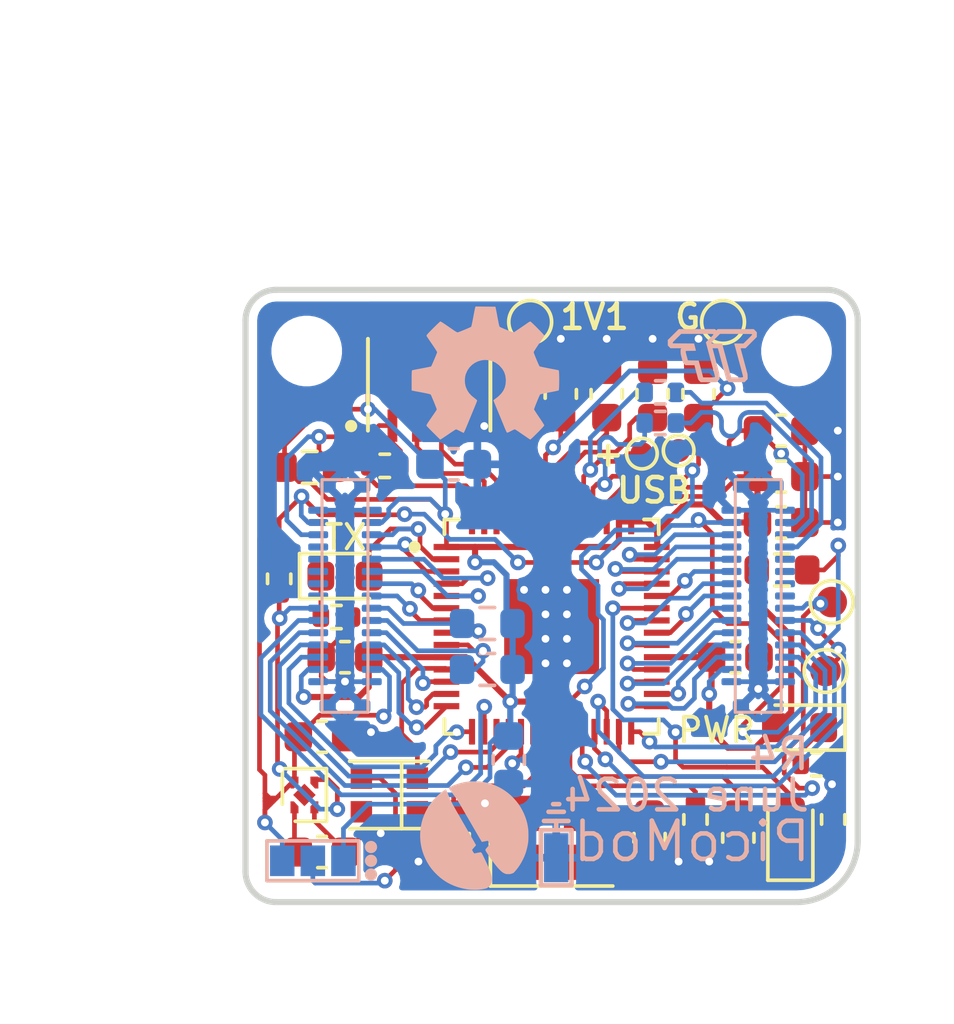
<source format=kicad_pcb>
(kicad_pcb (version 20240108) (generator "pcbnew") (generator_version "8.0")
  (layers (0 "F.Cu" signal) (31 "B.Cu" signal) (34 "B.Paste" user) (35 "F.Paste" user) (36 "B.SilkS" user "B.Silkscreen") (37 "F.SilkS" user "F.Silkscreen") (38 "B.Mask" user) (39 "F.Mask" user) (44 "Edge.Cuts" user))
  (net 0 "")
  (net 1 "+3V3")
  (net 2 "GND")
  (net 3 "+1V1")
  (net 4 "/XIN")
  (net 5 "Net-(C14-Pad1)")
  (net 6 "+5V")
  (net 7 "Net-(D1-K)")
  (net 8 "/USB_DP")
  (net 9 "/USB_DN")
  (net 10 "/LED")
  (net 12 "/LED_DI")
  (net 22 "/TX0")
  (net 23 "/RX0")
  (net 24 "/SCK0")
  (net 25 "/MOSI0")
  (net 26 "/MISO0")
  (net 27 "/GPIO5")
  (net 28 "/qCSN")
  (net 29 "/XOUT")
  (net 30 "/SDA")
  (net 31 "/GPIO9")
  (net 32 "/GPIO10")
  (net 33 "/GPIO11")
  (net 34 "/MISO1")
  (net 35 "/SWCLK")
  (net 36 "/SWDIO")
  (net 37 "/RUN")
  (net 38 "/GPIO13")
  (net 39 "/SCK1")
  (net 40 "/qSD3")
  (net 41 "/qSD0")
  (net 42 "/qSD2")
  (net 43 "/qSD1")
  (net 44 "/MOSI1")
  (net 45 "/GPIO16")
  (net 46 "/GPIO17")
  (net 47 "/GPIO18")
  (net 48 "/GPIO19")
  (net 49 "/GPIO20")
  (net 50 "/GPIO21")
  (net 51 "/GPIO22")
  (net 52 "/GPIO23")
  (net 53 "/GPIO24")
  (net 54 "/ADC0")
  (net 55 "/ADC1")
  (net 56 "/ADC2")
  (net 57 "/ADC3")
  (net 58 "/SCL")
  (net 59 "Net-(D3-K)")
  (net 60 "Net-(D4-K)")
  (net 61 "/BOOTSEL")
  (net 62 "/qSCK")
  (net 63 "/VREG_EN")
  (net 64 "/LED_PWR")
  (net 65 "/usbN")
  (net 66 "/usbP")
  (footprint "TestPoint:TestPoint_Pad_D1.0mm" (layer "F.Cu") (at 35.6 21.05)
    (property "Reference" "TP5" (hide yes))
    (property "Value" "TestPoint")
  )
  (footprint "Capacitor_SMD:C_0603_1608Metric" (layer "F.Cu") (at 36 32)
    (property "Reference" "C3" (hide yes))
    (property "Value" "100n")
  )
  (footprint "Resistor_SMD:R_0402_1005Metric" (layer "F.Cu") (at 24.55 25.75)
    (property "Reference" "R3" (hide yes))
    (property "Value" "1k")
  )
  (footprint "Capacitor_SMD:C_0603_1608Metric" (layer "F.Cu") (at 22.5 34.6)
    (property "Reference" "C15" (hide yes))
    (property "Value" "1u")
  )
  (footprint "Resistor_SMD:R_0402_1005Metric" (layer "F.Cu") (at 39.2 37.3 90)
    (property "Reference" "R8" (hide yes))
    (property "Value" "33")
  )
  (footprint "Capacitor_SMD:C_0603_1608Metric" (layer "F.Cu") (at 37.5 26.1)
    (property "Reference" "C4" (hide yes))
    (property "Value" "100n")
  )
  (footprint "Resistor_SMD:R_0402_1005Metric" (layer "F.Cu") (at 22.97 30.69)
    (property "Reference" "R10" (hide yes))
    (property "Value" "33")
  )
  (footprint "Resistor_SMD:R_0603_1608Metric" (layer "F.Cu") (at 37.525 29.15 180)
    (property "Reference" "R11" (hide yes))
    (property "Value" "10k")
  )
  (footprint "Capacitor_SMD:C_0603_1608Metric" (layer "F.Cu") (at 23.25 32 180)
    (property "Reference" "C12" (hide yes))
    (property "Value" "100n")
  )
  (footprint "Customs_Connectors:MountingHole_2mm_M2" (layer "F.Cu") (at 22 22)
    (property "Reference" "H1" (hide yes))
    (property "Value" "MountingHole")
  )
  (footprint "TestPoint:TestPoint_Pad_D1.0mm" (layer "F.Cu") (at 34.15 25.25)
    (property "Reference" "TP3" (hide yes))
    (property "Value" "TestPoint")
  )
  (footprint "Customs_LED:LED_WS2812B_PLCC4_2.0x2.0mm_P0.4mm" (layer "F.Cu") (at 24.7 36.5)
    (property "Reference" "D2" (hide yes))
    (property "Value" "WS2812B")
  )
  (footprint "Capacitor_SMD:C_0603_1608Metric" (layer "F.Cu") (at 33.3 23.4 90)
    (property "Reference" "C2" (hide yes))
    (property "Value" "100n")
  )
  (footprint "TestPoint:TestPoint_Pad_D1.0mm" (layer "F.Cu") (at 38.95 32.45 90)
    (property "Reference" "TP6" (hide yes))
    (property "Value" "TestPoint")
  )
  (footprint "Capacitor_SMD:C_0603_1608Metric" (layer "F.Cu") (at 37.5 27.6)
    (property "Reference" "C5" (hide yes))
    (property "Value" "100n")
  )
  (footprint "TestPoint:TestPoint_Pad_D1.0mm" (layer "F.Cu") (at 39.15 30.2 90)
    (property "Reference" "TP7" (hide yes))
    (property "Value" "TestPoint")
  )
  (footprint "Customs_Memory:SON80P400X300X60-10N" (layer "F.Cu") (at 26 23.1 90)
    (property "Reference" "U2" (hide yes))
    (property "Value" "MX25L3233FZBI")
  )
  (footprint "Resistor_SMD:R_0603_1608Metric" (layer "F.Cu") (at 22.1 25.8 180)
    (property "Reference" "R4" (hide yes))
    (property "Value" "DNP")
  )
  (footprint "Capacitor_SMD:C_0603_1608Metric" (layer "F.Cu") (at 33.2 37.9 -90)
    (property "Reference" "C14" (hide yes))
    (property "Value" "22pf")
  )
  (footprint "Capacitor_SMD:C_0603_1608Metric" (layer "F.Cu") (at 37.5 24.6)
    (property "Reference" "C11" (hide yes))
    (property "Value" "1u")
  )
  (footprint "Capacitor_SMD:C_0603_1608Metric" (layer "F.Cu") (at 22.5 38.365)
    (property "Reference" "C16" (hide yes))
    (property "Value" "1u")
  )
  (footprint "LED_SMD:LED_0603_1608Metric" (layer "F.Cu") (at 37.8 37.8 90)
    (property "Reference" "D1" (hide yes))
    (property "Value" "LED")
  )
  (footprint "LED_SMD:LED_0603_1608Metric" (layer "F.Cu") (at 38.1 34.3 180)
    (property "Reference" "D3" (hide yes))
    (property "Value" "LED")
  )
  (footprint "TestPoint:TestPoint_Pad_D1.0mm" (layer "F.Cu") (at 32.95 25.35)
    (property "Reference" "TP2" (hide yes))
    (property "Value" "TestPoint")
  )
  (footprint "Crystal:Crystal_SMD_SeikoEpson_TSX3225-4Pin_3.2x2.5mm" (layer "F.Cu") (at 30 37.9)
    (property "Reference" "Y1" (hide yes))
    (property "Value" "12MHz")
  )
  (footprint "Resistor_SMD:R_0402_1005Metric" (layer "F.Cu") (at 38.65 35.5)
    (property "Reference" "R9" (hide yes))
    (property "Value" "33")
  )
  (footprint "Capacitor_SMD:C_0603_1608Metric" (layer "F.Cu") (at 36.1 37.9 -90)
    (property "Reference" "C10" (hide yes))
    (property "Value" "100n")
  )
  (footprint "Customs_Connectors:MountingHole_2mm_M2" (layer "F.Cu") (at 38 22)
    (property "Reference" "H2" (hide yes))
    (property "Value" "MountingHole")
  )
  (footprint "Capacitor_SMD:C_0603_1608Metric" (layer "F.Cu") (at 26.8 37.9 -90)
    (property "Reference" "C13" (hide yes))
    (property "Value" "22pf")
  )
  (footprint "RP2040:QFN40P700X700X90-57N" (layer "F.Cu") (at 30 31)
    (property "Reference" "U1" (hide yes))
    (property "Value" "RP2040")
  )
  (footprint "Capacitor_SMD:C_0603_1608Metric" (layer "F.Cu") (at 31.8 23.4 90)
    (property "Reference" "C1" (hide yes))
    (property "Value" "100n")
  )
  (footprint "LED_SMD:LED_0603_1608Metric" (layer "F.Cu") (at 23.25 29.35)
    (property "Reference" "D4" (hide yes))
    (property "Value" "LED")
  )
  (footprint "Capacitor_SMD:C_0603_1608Metric" (layer "F.Cu") (at 34.8 23.4 90)
    (property "Reference" "C8" (hide yes))
    (property "Value" "1u")
  )
  (footprint "Resistor_SMD:R_0402_1005Metric" (layer "F.Cu") (at 34.7 37.3 -90)
    (property "Reference" "R5" (hide yes))
    (property "Value" "1k")
  )
  (footprint "Capacitor_SMD:C_0603_1608Metric" (layer "F.Cu") (at 30.3 23.4 90)
    (property "Reference" "C9" (hide yes))
    (property "Value" "100n")
  )
  (footprint "Resistor_SMD:R_0402_1005Metric" (layer "F.Cu") (at 21.1 29.44 -90)
    (property "Reference" "R12" (hide yes))
    (property "Value" "1k")
  )
  (footprint "Package_DFN_QFN:OnSemi_XDFN4-1EP_1.0x1.0mm_EP0.52x0.52mm" (layer "F.Cu") (at 21.925 36.5 90)
    (property "Reference" "U3" (hide yes))
    (property "Value" "NCP163AFCT330T2G")
  )
  (footprint "TestPoint:TestPoint_Pad_D1.0mm" (layer "F.Cu") (at 29.3 21.05)
    (property "Reference" "TP4" (hide yes))
    (property "Value" "TestPoint")
  )
  (footprint "Customs_Connectors:TestPoint_Loop_1.6x0.8mm" (layer "B.Cu") (at 30.15 38.55 -90)
    (property "Reference" "TP1" (hide yes))
    (property "Value" "TestPoint")
  )
  (footprint "LOGO" (layer "B.Cu") (at 35.25 22.15 180)
    (property "Reference" "G***" (hide yes))
    (property "Value" "LOGO" (hide yes))
  )
  (footprint "Resistor_SMD:R_0603_1608Metric" (layer "B.Cu") (at 27.9 30.9)
    (property "Reference" "R6" (hide yes))
    (property "Value" "4.7k")
  )
  (footprint "Resistor_SMD:R_0402_1005Metric" (layer "B.Cu") (at 33.55 23.35)
    (property "Reference" "R2" (hide yes))
    (property "Value" "27")
  )
  (footprint "Customs_Connectors:TE-3-2363962-0_30x0.4mm_Plug" (layer "B.Cu") (at 23.25 30 90)
    (property "Reference" "J3" (hide yes))
    (property "Value" "Conn_02x15_Top_Bottom")
  )
  (footprint "Customs_Connectors:TE-3-2363962-0_30x0.4mm_Plug" (layer "B.Cu") (at 36.75 30 90)
    (property "Reference" "J2" (hide yes))
    (property "Value" "Conn_02x15_Top_Bottom")
  )
  (footprint "LOGO" (layer "B.Cu") (at 27.85 22.75 180)
    (property "Reference" "G***" (hide yes))
    (property "Value" "LOGO" (hide yes))
  )
  (footprint "Resistor_SMD:R_0603_1608Metric" (layer "B.Cu") (at 27.9 32.4)
    (property "Reference" "R7" (hide yes))
    (property "Value" "4.7k")
  )
  (footprint "Resistor_SMD:R_0402_1005Metric" (layer "B.Cu") (at 33.55 24.35)
    (property "Reference" "R1" (hide yes))
    (property "Value" "27")
  )
  (footprint "Capacitor_SMD:C_0603_1608Metric" (layer "B.Cu") (at 28.6 35.35 -90)
    (property "Reference" "C6" (hide yes))
    (property "Value" "100n")
  )
  (footprint "Jumper:SolderJumper-3_P1.3mm_Open_RoundedPad1.0x1.5mm" (layer "B.Cu") (at 22.2 38.65 180)
    (property "Reference" "JP1" (hide yes))
    (property "Value" "SolderJumper_3_Bridged12")
  )
  (footprint "LOGO" (layer "B.Cu") (at 27.5 37.9 180)
    (property "Reference" "G***" (hide yes))
    (property "Value" "LOGO" (hide yes))
  )
  (footprint "Capacitor_SMD:C_0603_1608Metric" (layer "B.Cu") (at 26.8 25.7)
    (property "Reference" "C7" (hide yes))
    (property "Value" "100n")
  )
  (gr_circle (center 24.1 38.65) (end 24.1 38.75) (stroke (width 0.2)) (fill none) (layer "B.SilkS"))
  (gr_line (start 29.9 37.05) (end 30.4 37.05) (stroke (width 0.15)) (layer "B.SilkS"))
  (gr_line (start 30.15 37.35) (end 30.15 37.65) (stroke (width 0.15)) (layer "B.SilkS"))
  (gr_circle (center 24.1 39.1) (end 24.1 39.2) (stroke (width 0.2)) (fill none) (layer "B.SilkS"))
  (gr_circle (center 24.1 38.2) (end 24.1 38.3) (stroke (width 0.2)) (fill none) (layer "B.SilkS"))
  (gr_line (start 29.75 37.35) (end 30.55 37.35) (stroke (width 0.15)) (layer "B.SilkS"))
  (gr_line (start 30.05 36.8) (end 30.25 36.8) (stroke (width 0.15)) (layer "B.SilkS"))
  (gr_arc (start 20 20.999993) (mid 20.292891 20.292889) (end 20.999993 19.999993) (stroke (width 0.2)) (layer "Edge.Cuts"))
  (gr_line (start 38 40) (end 21.000001 40) (stroke (width 0.2)) (layer "Edge.Cuts"))
  (gr_line (start 20.999993 19.999993) (end 39.000127 19.999873) (stroke (width 0.2)) (layer "Edge.Cuts"))
  (gr_arc (start 39.000127 19.999873) (mid 39.707161 20.292809) (end 40 20.999873) (stroke (width 0.2)) (layer "Edge.Cuts"))
  (gr_line (start 40 20.999873) (end 40 38) (stroke (width 0.2)) (layer "Edge.Cuts"))
  (gr_arc (start 40 38) (mid 39.414214 39.414214) (end 38 40) (stroke (width 0.2)) (layer "Edge.Cuts"))
  (gr_line (start 20.000001 39) (end 20 20.999993) (stroke (width 0.2)) (layer "Edge.Cuts"))
  (gr_arc (start 21.000001 40) (mid 20.292894 39.707107) (end 20.000001 39) (stroke (width 0.2)) (layer "Edge.Cuts"))
  (gr_text "R4" (at 38.5 35.75 0) (layer "B.SilkS") (effects (font (size 1 1)) (justify left bottom mirror)))
  (gr_text "June 2024" (at 38.5 37.1 0) (layer "B.SilkS") (effects (font (size 1 1)) (justify left bottom mirror)))
  (gr_text "PicoMod" (at 38.55 38.75 0) (layer "B.SilkS") (effects (font (size 1.25 1.25)) (justify left bottom mirror)))
  (gr_text "USB" (at 33.35 26.55 0) (layer "F.SilkS") (effects (font (size 0.8 0.8) (thickness 0.15) (bold yes))))
  (gr_text "TX" (at 22.5 28.55 0) (layer "F.SilkS") (effects (font (size 0.8 0.8) (thickness 0.125)) (justify left bottom)))
  (gr_text "PWR" (at 34.05 34.85 0) (layer "F.SilkS") (effects (font (size 0.8 0.8) (thickness 0.125)) (justify left bottom)))
  (gr_text "G" (at 33.95 21.35 0) (layer "F.SilkS") (effects (font (size 0.8 0.8) (thickness 0.15) (bold yes)) (justify left bottom)))
  (gr_text "1V1\n" (at 30.2 21.35 0) (layer "F.SilkS") (effects (font (size 0.8 0.8) (thickness 0.15) (bold yes)) (justify left bottom)))
  (gr_text "+" (at 31.85 25.35 0) (layer "F.SilkS") (effects (font (size 0.8 0.8) (thickness 0.15) (bold yes))))
  (segment (start 35.45 26.75) (end 36.1 26.1) (width 0.1524) (layer "F.Cu") (net 1))
  (segment (start 32.55 24.4) (end 32.55 24.85) (width 0.1524) (layer "F.Cu") (net 1))
  (segment (start 30.05 33.45) (end 30.2 33.6) (width 0.2) (layer "F.Cu") (net 1))
  (segment (start 32.6 27.565) (end 33.115 27.565) (width 0.2) (layer "F.Cu") (net 1))
  (segment (start 36.15 24.6) (end 36.725 24.6) (width 0.1524) (layer "F.Cu") (net 1))
  (segment (start 31.5 25) (end 30.9 25) (width 0.1524) (layer "F.Cu") (net 1))
  (segment (start 35.35 26.45) (end 35.8 26) (width 0.1524) (layer "F.Cu") (net 1))
  (segment (start 21.7424 26.2674) (end 22.0999 26.2674) (width 0.1524) (layer "F.Cu") (net 1))
  (segment (start 31.1 25.3) (end 30.6 25.8) (width 0.1524) (layer "F.Cu") (net 1))
  (segment (start 21.6 38.24) (end 21.725 38.365) (width 0.1524) (layer "F.Cu") (net 1))
  (segment (start 22.45 23.9) (end 21.275 25.075) (width 0.1524) (layer "F.Cu") (net 1))
  (segment (start 32.8 26.95) (end 34.05 26.95) (width 0.1524) (layer "F.Cu") (net 1))
  (segment (start 35.15 34.35) (end 35.7569 34.9569) (width 0.2) (layer "F.Cu") (net 1))
  (segment (start 21.725 38.365) (end 21.75 38.34) (width 0.1524) (layer "F.Cu") (net 1))
  (segment (start 26.044186 26.84534) (end 26.524423 27.325577) (width 0.1524) (layer "F.Cu") (net 1))
  (segment (start 32.6 27.15) (end 32.8 26.95) (width 0.1524) (layer "F.Cu") (net 1))
  (segment (start 35.225 33.025) (end 35.15 33.1) (width 0.1524) (layer "F.Cu") (net 1))
  (segment (start 24.025 32.975) (end 24.025 32) (width 0.2) (layer "F.Cu") (net 1))
  (segment (start 31.8 24.175) (end 31.8 24.7) (width 0.1524) (layer "F.Cu") (net 1))
  (segment (start 27.5 28.4) (end 30.2 28.4) (width 0.2) (layer "F.Cu") (net 1))
  (segment (start 30.2 27.565) (end 30.2 28.4) (width 0.2) (layer "F.Cu") (net 1))
  (segment (start 35.15 33.1) (end 35.15 33.2) (width 0.1524) (layer "F.Cu") (net 1))
  (segment (start 36.725 29.125) (end 36.7 29.15) (width 0.2) (layer "F.Cu") (net 1))
  (segment (start 35.8 24.95) (end 36.15 24.6) (width 0.1524) (layer "F.Cu") (net 1))
  (segment (start 21.9 33.3) (end 23.7 33.3) (width 0.2) (layer "F.Cu") (net 1))
  (segment (start 30.2 25.7) (end 30.2 27.865) (width 0.1524) (layer "F.Cu") (net 1))
  (segment (start 36.7 30.18529) (end 37.8286 31.31389) (width 0.2) (layer "F.Cu") (net 1))
  (segment (start 26.565 28.4) (end 27.5 28.4) (width 0.2) (layer "F.Cu") (net 1))
  (segment (start 33.45 28.385) (end 33.435 28.4) (width 0.1524) (layer "F.Cu") (net 1))
  (segment (start 30.2 33.6) (end 30.2 34.435) (width 0.2) (layer "F.Cu") (net 1))
  (segment (start 32 28.4) (end 32.2 28.2) (width 0.2) (layer "F.Cu") (net 1))
  (segment (start 24.435 21.765) (end 24 22.2) (width 0.1524) (layer "F.Cu") (net 1))
  (segment (start 36.1 26.1) (end 36.725 26.1) (width 0.1524) (layer "F.Cu") (net 1))
  (segment (start 35.15 33.2) (end 35.15 34.35) (width 0.2) (layer "F.Cu") (net 1))
  (segment (start 28.65 33.45) (end 27.2 32) (width 0.2) (layer "F.Cu") (net 1))
  (segment (start 26.565 27.366154) (end 26.565 28.4) (width 0.1524) (layer "F.Cu") (net 1))
  (segment (start 22.45 23.9) (end 24 23.9) (width 0.1524) (layer "F.Cu") (net 1))
  (segment (start 24.025 32) (end 26.565 32) (width 0.2) (layer "F.Cu") (net 1))
  (segment (start 36.75 24.6) (end 37.5 25.35) (width 0.1524) (layer "F.Cu") (net 1))
  (segment (start 21.275 25.8) (end 21.7424 26.2674) (width 0.1524) (layer "F.Cu") (net 1))
  (segment (start 32.1 25.3) (end 31.1 25.3) (width 0.1524) (layer "F.Cu") (net 1))
  (segment (start 32.775 24.175) (end 32.55 24.4) (width 0.1524) (layer "F.Cu") (net 1))
  (segment (start 30.6 27.565) (end 30.6 28.4) (width 0.2) (layer "F.Cu") (net 1))
  (segment (start 30.2 28.4) (end 30.6 28.4) (width 0.2) (layer "F.Cu") (net 1))
  (segment (start 32.5 26.7) (end 33.9 26.7) (width 0.1524) (layer "F.Cu") (net 1))
  (segment (start 36.725 27.6) (end 36.725 26.1) (width 0.2) (layer "F.Cu") (net 1))
  (segment (start 33.9 26.7) (end 34.15 26.45) (width 0.1524) (layer "F.Cu") (net 1))
  (segment (start 21.6 36.985) (end 21.6 38.24) (width 0.1524) (layer "F.Cu") (net 1))
  (segment (start 35.7569 34.9569) (end 36.6556 34.9569) (width 0.2) (layer "F.Cu") (net 1))
  (segment (start 26.524423 27.325577) (end 26.565 27.366154) (width 0.1524) (layer "F.Cu") (net 1))
  (segment (start 33.45 27.9) (end 33.45 28.385) (width 0.2) (layer "F.Cu") (net 1))
  (segment (start 32.55 24.85) (end 32.1 25.3) (width 0.1524) (layer "F.Cu") (net 1))
  (segment (start 32.2 28.2) (end 32.2 27.565) (width 0.2) (layer "F.Cu") (net 1))
  (segment (start 23.7 33.3) (end 24.025 32.975) (width 0.2) (layer "F.Cu") (net 1))
  (segment (start 36.6556 34.9569) (end 37.3125 34.3) (width 0.2) (layer "F.Cu") (net 1))
  (segment (start 32.6 27.55) (end 32.6 27.15) (width 0.1524) (layer "F.Cu") (net 1))
  (segment (start 32.6 27.565) (end 32.2 27.565) (width 0.2) (layer "F.Cu") (net 1))
  (segment (start 31.8 24.7) (end 31.5 25) (width 0.1524) (layer "F.Cu") (net 1))
  (segment (start 34.05 26.95) (end 34.25 26.75) (width 0.1524) (layer "F.Cu") (net 1))
  (segment (start 30.6 25.8) (end 30.6 27.865) (width 0.1524) (layer "F.Cu") (net 1))
  (segment (start 30.6 28.4) (end 32 28.4) (width 0.2) (layer "F.Cu") (net 1))
  (segment (start 36.725 27.35) (end 36.725 29.125) (width 0.2) (layer "F.Cu") (net 1))
  (segment (start 37.8286 33.7839) (end 37.3125 34.3) (width 0.2) (layer "F.Cu") (net 1))
  (segment (start 21.275 25.075) (end 21.275 25.8) (width 0.1524) (layer "F.Cu") (net 1))
  (segment (start 36.725 24.6) (end 36.75 24.6) (width 0.1524) (layer "F.Cu") (net 1))
  (segment (start 33.115 27.565) (end 33.45 27.9) (width 0.2) (layer "F.Cu") (net 1))
  (segment (start 36.725 24.6) (end 36.725 26.1) (width 0.2) (layer "F.Cu") (net 1))
  (segment (start 24 22.2) (end 24 23.9) (width 0.1524) (layer "F.Cu") (net 1))
  (segment (start 34.25 26.75) (end 35.45 26.75) (width 0.1524) (layer "F.Cu") (net 1))
  (segment (start 27.5 28.9) (end 27.5 28.4) (width 0.2) (layer "F.Cu") (net 1))
  (segment (start 32.2 27.865) (end 32.2 27) (width 0.1524) (layer "F.Cu") (net 1))
  (segment (start 33.435 32) (end 35.225 32) (width 0.2) (layer "F.Cu") (net 1))
  (segment (start 34.15 26.45) (end 35.35 26.45) (width 0.1524) (layer "F.Cu") (net 1))
  (segment (start 37.8286 31.31389) (end 37.8286 33.7839) (width 0.2) (layer "F.Cu") (net 1))
  (segment (start 24.8 21.765) (end 24.435 21.765) (width 0.1524) (layer "F.Cu") (net 1))
  (segment (start 35.225 32) (end 35.225 33.025) (width 0.2) (layer "F.Cu") (net 1))
  (segment (start 22.67784 26.84534) (end 26.044186 26.84534) (width 0.1524) (layer "F.Cu") (net 1))
  (segment (start 34.3385 27.0115) (end 35.0115 27.0115) (width 0.2) (layer "F.Cu") (net 1))
  (segment (start 27.2 32) (end 26.565 32) (width 0.2) (layer "F.Cu") (net 1))
  (segment (start 28.65 33.45) (end 30.05 33.45) (width 0.2) (layer "F.Cu") (net 1))
  (segment (start 22.0999 26.2674) (end 22.67784 26.84534) (width 0.1524) (layer "F.Cu") (net 1))
  (segment (start 35.0115 27.0115) (end 35.6 27.6) (width 0.2) (layer "F.Cu") (net 1))
  (segment (start 32.2 27) (end 32.5 26.7) (width 0.1524) (layer "F.Cu") (net 1))
  (segment (start 33.45 27.9) (end 34.3385 27.0115) (width 0.2) (layer "F.Cu") (net 1))
  (segment (start 30.9 25) (end 30.2 25.7) (width 0.1524) (layer "F.Cu") (net 1))
  (segment (start 33.3 24.175) (end 32.775 24.175) (width 0.1524) (layer "F.Cu") (net 1))
  (segment (start 35.6 27.6) (end 36.725 27.6) (width 0.2) (layer "F.Cu") (net 1))
  (segment (start 36.7 29.4) (end 36.7 30.18529) (width 0.2) (layer "F.Cu") (net 1))
  (segment (start 35.8 26) (end 35.8 24.95) (width 0.1524) (layer "F.Cu") (net 1))
  (via (at 24 23.9) (size 0.508) (drill 0.254) (layers "F.Cu" "B.Cu") (net 1))
  (via (at 28.65 33.45) (size 0.508) (drill 0.254) (layers "F.Cu" "B.Cu") (net 1))
  (via (at 37.5 25.35) (size 0.508) (drill 0.254) (layers "F.Cu" "B.Cu") (net 1))
  (via (at 26.524423 27.325577) (size 0.508) (drill 0.254) (layers "F.Cu" "B.Cu") (net 1))
  (via (at 35.15 33.2) (size 0.508) (drill 0.254) (layers "F.Cu" "B.Cu") (net 1))
  (via (at 27.5 28.9) (size 0.508) (drill 0.254) (layers "F.Cu" "B.Cu") (net 1))
  (via (at 21.9 33.3) (size 0.508) (drill 0.254) (layers "F.Cu" "B.Cu") (net 1))
  (segment (start 24 23.9) (end 24.225 23.9) (width 0.1524) (layer "B.Cu") (net 1))
  (segment (start 24.225 23.9) (end 26.025 25.7) (width 0.1524) (layer "B.Cu") (net 1))
  (segment (start 22.045393 32.4) (end 22.375 32.4) (width 0.1524) (layer "B.Cu") (net 1))
  (segment (start 35.545393 32.4) (end 35.875 32.4) (width 0.1524) (layer "B.Cu") (net 1))
  (segment (start 37.6814 27.6564) (end 37.85 27.6564) (width 0.1524) (layer "B.Cu") (net 1))
  (segment (start 38.1904 27.364207) (end 38.1904 26.0404) (width 0.1524) (layer "B.Cu") (net 1))
  (segment (start 28.65 33.45) (end 28.65 34.375) (width 0.2) (layer "B.Cu") (net 1))
  (segment (start 28.526698 30.701698) (end 28.725 30.9) (width 0.2) (layer "B.Cu") (net 1))
  (segment (start 21.8214 32.623993) (end 22.045393 32.4) (width 0.1524) (layer "B.Cu") (net 1))
  (segment (start 28.65 34.375) (end 28.85 34.575) (width 0.2) (layer "B.Cu") (net 1))
  (segment (start 24.6786 27.163727) (end 24.6786 27.376007) (width 0.1524) (layer "B.Cu") (net 1))
  (segment (start 37.625 27.6) (end 37.6814 27.6564) (width 0.1524) (layer "B.Cu") (net 1))
  (segment (start 37.954607 27.6) (end 38.1904 27.364207) (width 0.1524) (layer "B.Cu") (net 1))
  (segment (start 26.524423 27.325577) (end 26.033133 26.834287) (width 0.1524) (layer "B.Cu") (net 1))
  (segment (start 23.2 38.65) (end 23.2 37.6) (width 0.1524) (layer "B.Cu") (net 1))
  (segment (start 21.9 33.3) (end 21.9 33.275) (width 0.1524) (layer "B.Cu") (net 1))
  (segment (start 38.1904 26.0404) (end 37.5 25.35) (width 0.1524) (layer "B.Cu") (net 1))
  (segment (start 28.725 33.375) (end 28.725 32.4) (width 0.2) (layer "B.Cu") (net 1))
  (segment (start 28.225 34.575) (end 28.85 34.575) (width 0.1524) (layer "B.Cu") (net 1))
  (segment (start 21.9 33.3) (end 21.8214 33.2214) (width 0.1524) (layer "B.Cu") (net 1))
  (segment (start 23.2 37.6) (end 23.9982 36.8018) (width 0.1524) (layer "B.Cu") (net 1))
  (segment (start 28.725 30.9) (end 28.725 32.4) (width 0.2) (layer "B.Cu") (net 1))
  (segment (start 35.15 32.795393) (end 35.545393 32.4) (width 0.1524) (layer "B.Cu") (net 1))
  (segment (start 28.114703 28.9) (end 28.526698 29.311995) (width 0.2) (layer "B.Cu") (net 1))
  (segment (start 24.6786 27.376007) (end 24.454607 27.6) (width 0.1524) (layer "B.Cu") (net 1))
  (segment (start 25.00804 26.834287) (end 24.6786 27.163727) (width 0.1524) (layer "B.Cu") (net 1))
  (segment (start 37.625 27.6) (end 37.954607 27.6) (width 0.1524) (layer "B.Cu") (net 1))
  (segment (start 26.033133 26.834287) (end 25.00804 26.834287) (width 0.1524) (layer "B.Cu") (net 1))
  (segment (start 26.025 25.7) (end 26.524423 26.199423) (width 0.1524) (layer "B.Cu") (net 1))
  (segment (start 27.5 28.9) (end 28.114703 28.9) (width 0.2) (layer "B.Cu") (net 1))
  (segment (start 28.526698 29.311995) (end 28.526698 30.701698) (width 0.2) (layer "B.Cu") (net 1))
  (segment (start 26.524423 26.199423) (end 26.524423 27.325577) (width 0.1524) (layer "B.Cu") (net 1))
  (segment (start 23.9982 36.8018) (end 27.111752 36.8018) (width 0.1524) (layer "B.Cu") (net 1))
  (segment (start 35.15 33.2) (end 35.15 32.795393) (width 0.1524) (layer "B.Cu") (net 1))
  (segment (start 27.9874 34.8126) (end 28.225 34.575) (width 0.1524) (layer "B.Cu") (net 1))
  (segment (start 21.8214 33.2214) (end 21.8214 32.623993) (width 0.1524) (layer "B.Cu") (net 1))
  (segment (start 28.65 33.45) (end 28.725 33.375) (width 0.2) (layer "B.Cu") (net 1))
  (segment (start 27.111752 36.8018) (end 27.9874 35.926152) (width 0.1524) (layer "B.Cu") (net 1))
  (segment (start 27.9874 35.926152) (end 27.9874 34.8126) (width 0.1524) (layer "B.Cu") (net 1))
  (segment (start 24.454607 27.6) (end 24.125 27.6) (width 0.1524) (layer "B.Cu") (net 1))
  (segment (start 25.65 38.675226) (end 26.799774 38.675226) (width 0.1524) (layer "F.Cu") (net 2))
  (segment (start 22.6441 32.7941) (end 22.475 32.625) (width 0.1524) (layer "F.Cu") (net 2))
  (segment (start 39.16 36.15) (end 39.16 35.4) (width 0.1524) (layer "F.Cu") (net 2))
  (segment (start 23.426608 34.448392) (end 23.275 34.6) (width 0.1524) (layer "F.Cu") (net 2))
  (segment (start 28.9 37.1) (end 28.15 37.1) (width 0.1524) (layer "F.Cu") (net 2))
  (segment (start 34.8 21.6) (end 34.9 21.6) (width 0.1524) (layer "F.Cu") (net 2))
  (segment (start 31.8 22.625) (end 31.8 21.6) (width 0.1524) (layer "F.Cu") (net 2))
  (segment (start 26.799774 38.675226) (end 26.8 38.675) (width 0.1524) (layer "F.Cu") (net 2))
  (segment (start 38.275 27.6) (end 39.3 27.6) (width 0.1524) (layer "F.Cu") (net 2))
  (segment (start 38.275 26.1) (end 38.275 24.6) (width 0.1524) (layer "F.Cu") (net 2))
  (segment (start 27.75 24.45) (end 27.215 24.45) (width 0.1524) (layer "F.Cu") (net 2))
  (segment (start 33.175 38.7) (end 31.1 38.7) (width 0.1524) (layer "F.Cu") (net 2))
  (segment (start 38.275 24.6) (end 39.3 24.6) (width 0.1524) (layer "F.Cu") (net 2))
  (segment (start 33.3 22.625) (end 33.3 21.6) (width 0.1524) (layer "F.Cu") (net 2))
  (segment (start 39.3 26.1) (end 39.35 26.1) (width 0.1524) (layer "F.Cu") (net 2))
  (segment (start 28.714709 35.464709) (end 29 35.179418) (width 0.1524) (layer "F.Cu") (net 2))
  (segment (start 39.3 27.6) (end 39.35 27.6) (width 0.1524) (layer "F.Cu") (net 2))
  (segment (start 39.2 36.79) (end 39.2 36.25) (width 0.1524) (layer "F.Cu") (net 2))
  (segment (start 23.48 30.97) (end 23.48 30.69) (width 0.1524) (layer "F.Cu") (net 2))
  (segment (start 25.615 38.640226) (end 25.615 37.05) (width 0.1524) (layer "F.Cu") (net 2))
  (segment (start 35.6 21.05) (end 35.35 21.05) (width 0.1524) (layer "F.Cu") (net 2))
  (segment (start 28.15 37.1) (end 27.822673 36.772673) (width 0.1524) (layer "F.Cu") (net 2))
  (segment (start 22.25 37.34) (end 23.275 38.365) (width 0.1524) (layer "F.Cu") (net 2))
  (segment (start 25.65 38.675226) (end 25.615 38.640226) (width 0.1524) (layer "F.Cu") (net 2))
  (segment (start 22.25 36.985) (end 22.25 37.34) (width 0.1524) (layer "F.Cu") (net 2))
  (segment (start 36.1 38.675) (end 33.2 38.675) (width 0.1524) (layer "F.Cu") (net 2))
  (segment (start 38.275 27.6) (end 38.275 26.1) (width 0.1524) (layer "F.Cu") (net 2))
  (segment (start 22.475 32) (end 22.475 31.975) (width 0.1524) (layer "F.Cu") (net 2))
  (segment (start 23.275 34.6) (end 23.275 34.99) (width 0.1524) (layer "F.Cu") (net 2))
  (segment (start 29 35.179418) (end 29 34.435) (width 0.1524) (layer "F.Cu") (net 2))
  (segment (start 34.8 22.625) (end 34.8 21.6) (width 0.1524) (layer "F.Cu") (net 2))
  (segment (start 36.775 32) (end 36.775 33.01) (width 0.1524) (layer "F.Cu") (net 2))
  (segment (start 33.2 38.675) (end 33.175 38.7) (width 0.1524) (layer "F.Cu") (net 2))
  (segment (start 30.3 22.625) (end 30.3 21.6) (width 0.1524) (layer "F.Cu") (net 2))
  (segment (start 23.89 37.75) (end 23.275 38.365) (width 0.1524) (layer "F.Cu") (net 2))
  (segment (start 35.35 21.05) (end 34.8 21.6) (width 0.1524) (layer "F.Cu") (net 2))
  (segment (start 24.4179 37.75) (end 23.89 37.75) (width 0.1524) (layer "F.Cu") (net 2))
  (segment (start 39.3 24.6) (end 39.35 24.6) (width 0.1524) (layer "F.Cu") (net 2))
  (segment (start 23.25 32.7941) (end 22.6441 32.7941) (width 0.1524) (layer "F.Cu") (net 2))
  (segment (start 38.275 26.1) (end 39.3 26.1) (width 0.1524) (layer "F.Cu") (net 2))
  (segment (start 24.098874 34.448392) (end 23.426608 34.448392) (width 0.1524) (layer "F.Cu") (net 2))
  (segment (start 22.475 31.975) (end 23.48 30.97) (width 0.1524) (layer "F.Cu") (net 2))
  (segment (start 27.75 24.45) (end 27.8 24.45) (width 0.1524) (layer "F.Cu") (net 2))
  (segment (start 36.775 33.01) (end 36.75 33.035) (width 0.1524) (layer "F.Cu") (net 2))
  (segment (start 22.475 32.625) (end 22.475 32) (width 0.1524) (layer "F.Cu") (net 2))
  (via (at 28.714709 35.464709) (size 0.508) (drill 0.254) (layers "F.Cu" "B.Cu") (net 2))
  (via (at 29.8 31.4) (size 0.508) (drill 0.254) (layers "F.Cu" "B.Cu") (net 2))
  (via (at 29.1 29.8) (size 0.508) (drill 0.254) (layers "F.Cu" "B.Cu") (net 2))
  (via (at 25.65 38.675226) (size 0.508) (drill 0.254) (layers "F.Cu" "B.Cu") (net 2))
  (via (at 24.4179 37.75) (size 0.508) (drill 0.254) (layers "F.Cu" "B.Cu") (net 2))
  (via (at 39.35 26.1) (size 0.508) (drill 0.254) (layers "F.Cu" "B.Cu") (net 2))
  (via (at 27.8 24.45) (size 0.508) (drill 0.254) (layers "F.Cu" "B.Cu") (net 2))
  (via (at 34.15 38.675) (size 0.508) (drill 0.254) (layers "F.Cu" "B.Cu") (net 2))
  (via (at 27.822673 36.772673) (size 0.508) (drill 0.254) (layers "F.Cu" "B.Cu") (net 2))
  (via (at 35.15 38.675) (size 0.508) (drill 0.254) (layers "F.Cu" "B.Cu") (net 2))
  (via (at 29.8 29.8) (size 0.508) (drill 0.254) (layers "F.Cu" "B.Cu") (net 2))
  (via (at 36.75 33.035) (size 0.508) (drill 0.254) (layers "F.Cu" "B.Cu") (net 2))
  (via (at 39.35 27.6) (size 0.508) (drill 0.254) (layers "F.Cu" "B.Cu") (net 2))
  (via (at 30.3 21.6) (size 0.508) (drill 0.254) (layers "F.Cu" "B.Cu") (net 2))
  (via (at 30.5 32.2) (size 0.508) (drill 0.254) (layers "F.Cu" "B.Cu") (net 2))
  (via (at 29.8 30.6) (size 0.508) (drill 0.254) (layers "F.Cu" "B.Cu") (net 2))
  (via (at 39.35 24.6) (size 0.508) (drill 0.254) (layers "F.Cu" "B.Cu") (net 2))
  (via (at 23.25 32.7941) (size 0.508) (drill 0.254) (layers "F.Cu" "B.Cu") (net 2))
  (via (at 31.8 21.6) (size 0.508) (drill 0.254) (layers "F.Cu" "B.Cu") (net 2))
  (via (at 24.098874 34.448392) (size 0.508) (drill 0.254) (layers "F.Cu" "B.Cu") (net 2))
  (via (at 30.5 29.8) (size 0.508) (drill 0.254) (layers "F.Cu" "B.Cu") (net 2))
  (via (at 30.5 30.6) (size 0.508) (drill 0.254) (layers "F.Cu" "B.Cu") (net 2))
  (via (at 30.5 31.4) (size 0.508) (drill 0.254) (layers "F.Cu" "B.Cu") (net 2))
  (via (at 33.3 21.6) (size 0.508) (drill 0.254) (layers "F.Cu" "B.Cu") (net 2))
  (via (at 29.8 32.2) (size 0.508) (drill 0.254) (layers "F.Cu" "B.Cu") (net 2))
  (via (at 39.16 36.15) (size 0.508) (drill 0.254) (layers "F.Cu" "B.Cu") (net 2))
  (via (at 34.8 21.6) (size 0.508) (drill 0.254) (layers "F.Cu" "B.Cu") (net 2))
  (segment (start 23.25 27.2) (end 22.375 27.2) (width 0.1524) (layer "B.Cu") (net 2))
  (segment (start 36.75 27.2) (end 36.75 26.965) (width 0.1524) (layer "B.Cu") (net 2))
  (segment (start 36.75 33.035) (end 37.315 33.6) (width 0.1524) (layer "B.Cu") (net 2))
  (segment (start 36.185 26.4) (end 36.75 26.965) (width 0.1524) (layer "B.Cu") (net 2))
  (segment (start 23.25 33.035) (end 23.815 33.6) (width 0.1524) (layer "B.Cu") (net 2))
  (segment (start 23.25 32.8) (end 23.25 33.035) (width 0.1524) (layer "B.Cu") (net 2))
  (segment (start 36.75 33.035) (end 36.75 32.8) (width 0.1524) (layer "B.Cu") (net 2))
  (segment (start 35.875 27.2) (end 36.75 27.2) (width 0.1524) (layer "B.Cu") (net 2))
  (segment (start 23.25 27.2) (end 23.25 26.965) (width 0.1524) (layer "B.Cu") (net 2))
  (segment (start 36.75 27.2) (end 37.625 27.2) (width 0.1524) (layer "B.Cu") (net 2))
  (segment (start 23.25 26.965) (end 22.685 26.4) (width 0.1524) (layer "B.Cu") (net 2))
  (segment (start 36.75 32.8) (end 37.625 32.8) (width 0.1524) (layer "B.Cu") (net 2))
  (segment (start 28.714709 35.989709) (end 28.85 36.125) (width 0.1524) (layer "B.Cu") (net 2))
  (segment (start 24.125 27.2) (end 23.25 27.2) (width 0.1524) (layer "B.Cu") (net 2))
  (segment (start 35.875 32.8) (end 36.75 32.8) (width 0.1524) (layer "B.Cu") (net 2))
  (segment (start 36.75 26.965) (end 37.315 26.4) (width 0.1524) (layer "B.Cu") (net 2))
  (segment (start 23.815 26.4) (end 23.25 26.965) (width 0.1524) (layer "B.Cu") (net 2))
  (segment (start 23.25 32.8) (end 24.125 32.8) (width 0.1524) (layer "B.Cu") (net 2))
  (segment (start 22.375 32.8) (end 23.25 32.8) (width 0.1524) (layer "B.Cu") (net 2))
  (segment (start 23.25 33.035) (end 22.685 33.6) (width 0.1524) (layer "B.Cu") (net 2))
  (segment (start 36.185 33.6) (end 36.75 33.035) (width 0.1524) (layer "B.Cu") (net 2))
  (segment (start 28.714709 35.464709) (end 28.714709 35.989709) (width 0.1524) (layer "B.Cu") (net 2))
  (segment (start 30.6 35.7) (end 30.7976 35.8976) (width 0.1524) (layer "F.Cu") (net 3))
  (segment (start 30.6 34.435) (end 30.6 35.7) (width 0.1524) (layer "F.Cu") (net 3))
  (segment (start 29.5144 23.9644) (end 29.725 24.175) (width 0.1524) (layer "F.Cu") (net 3))
  (segment (start 30.6 33.436382) (end 30.6 34.435) (width 0.1524) (layer "F.Cu") (net 3))
  (segment (start 34.023748 26.1452) (end 34.3548 26.1452) (width 0.1524) (layer "F.Cu") (net 3))
  (segment (start 30.3 24.9) (end 29.8 25.4) (width 0.1524) (layer "F.Cu") (net 3))
  (segment (start 35.5976 35.8976) (end 36.1 36.4) (width 0.1524) (layer "F.Cu") (net 3))
  (segment (start 30.7976 35.8976) (end 35.5976 35.8976) (width 0.1524) (layer "F.Cu") (net 3))
  (segment (start 29.3 21.05) (end 29.3 21.75) (width 0.1524) (layer "F.Cu") (net 3))
  (segment (start 31.8 26.968948) (end 32.373748 26.3952) (width 0.1524) (layer "F.Cu") (net 3))
  (segment (start 34.3548 26.1452) (end 34.8 25.7) (width 0.1524) (layer "F.Cu") (net 3))
  (segment (start 32.373748 26.3952) (end 33.773748 26.3952) (width 0.1524) (layer "F.Cu") (net 3))
  (segment (start 31.8 27.865) (end 31.8 26.968948) (width 0.1524) (layer "F.Cu") (net 3))
  (segment (start 34.8 24.1652) (end 35.75 23.2152) (width 0.1524) (layer "F.Cu") (net 3))
  (segment (start 29.5144 21.9644) (end 29.5144 23.9644) (width 0.1524) (layer "F.Cu") (net 3))
  (segment (start 29.725 24.175) (end 30.3 24.175) (width 0.1524) (layer "F.Cu") (net 3))
  (segment (start 30.3 24.175) (end 30.3 24.9) (width 0.1524) (layer "F.Cu") (net 3))
  (segment (start 33.773748 26.3952) (end 34.023748 26.1452) (width 0.1524) (layer "F.Cu") (net 3))
  (segment (start 36.1 36.4) (end 36.1 37.125) (width 0.1524) (layer "F.Cu") (net 3))
  (segment (start 31.08048 32.955902) (end 30.6 33.436382) (width 0.1524) (layer "F.Cu") (net 3))
  (segment (start 34.8 25.7) (end 34.8 24.175) (width 0.1524) (layer "F.Cu") (net 3))
  (segment (start 29.8 25.4) (end 29.8 27.865) (width 0.1524) (layer "F.Cu") (net 3))
  (segment (start 29.3 21.75) (end 29.5144 21.9644) (width 0.1524) (layer "F.Cu") (net 3))
  (segment (start 34.8 24.175) (end 34.8 24.1652) (width 0.1524) (layer "F.Cu") (net 3))
  (via (at 35.75 23.2152) (size 0.508) (drill 0.254) (layers "F.Cu" "B.Cu") (net 3))
  (via (at 31.08048 32.955902) (size 0.508) (drill 0.254) (layers "F.Cu" "B.Cu") (net 3))
  (via (at 34.6 25.9) (size 0.508) (drill 0.254) (layers "F.Cu" "B.Cu") (net 3))
  (via (at 30.05 25.15) (size 0.508) (drill 0.254) (layers "F.Cu" "B.Cu") (net 3))
  (segment (start 32.55 22.65) (end 30.05 25.15) (width 0.1524) (layer "B.Cu") (net 3))
  (segment (start 30.975425 29.125425) (end 30.975425 28.706) (width 0.1524) (layer "B.Cu") (net 3))
  (segment (start 34.1096 27.3904) (end 34.6 26.9) (width 0.1524) (layer "B.Cu") (net 3))
  (segment (start 31.094098 32.955902) (end 31.6952 32.3548) (width 0.1524) (layer "B.Cu") (net 3))
  (segment (start 35.1848 22.65) (end 32.55 22.65) (width 0.1524) (layer "B.Cu") (net 3))
  (segment (start 31.08048 32.955902) (end 31.094098 32.955902) (width 0.1524) (layer "B.Cu") (net 3))
  (segment (start 33.779996 27.3904) (end 34.1096 27.3904) (width 0.1524) (layer "B.Cu") (net 3))
  (segment (start 34.6 26.9) (end 34.6 25.9) (width 0.1524) (layer "B.Cu") (net 3))
  (segment (start 30.05 25.15) (end 30.05 25.2825) (width 0.1524) (layer "B.Cu") (net 3))
  (segment (start 31.6952 32.3548) (end 31.6952 30.7777) (width 0.1524) (layer "B.Cu") (net 3))
  (segment (start 31.5174 29.6674) (end 30.975425 29.125425) (width 0.1524) (layer "B.Cu") (net 3))
  (segment (start 32.087673 27.8452) (end 33.325196 27.8452) (width 0.1524) (layer "B.Cu") (net 3))
  (segment (start 33.325196 27.8452) (end 33.779996 27.3904) (width 0.1524) (layer "B.Cu") (net 3))
  (segment (start 30.975425 28.706) (end 31.258125 28.4233) (width 0.1524) (layer "B.Cu") (net 3))
  (segment (start 35.75 23.2152) (end 35.1848 22.65) (width 0.1524) (layer "B.Cu") (net 3))
  (segment (start 31.5174 30.5999) (end 31.5174 29.6674) (width 0.1524) (layer "B.Cu") (net 3))
  (segment (start 31.509573 28.4233) (end 32.087673 27.8452) (width 0.1524) (layer "B.Cu") (net 3))
  (segment (start 31.6952 30.7777) (end 31.5174 30.5999) (width 0.1524) (layer "B.Cu") (net 3))
  (segment (start 31.258125 28.4233) (end 31.509573 28.4233) (width 0.1524) (layer "B.Cu") (net 3))
  (segment (start 27.0983 36.2017) (end 26.8 36.5) (width 0.1524) (layer "F.Cu") (net 4))
  (segment (start 26.8 37.125) (end 27.425 37.125) (width 0.1524) (layer "F.Cu") (net 4))
  (segment (start 29.0983 36.2017) (end 27.0983 36.2017) (width 0.1524) (layer "F.Cu") (net 4))
  (segment (start 27.7 38.4) (end 28 38.7) (width 0.1524) (layer "F.Cu") (net 4))
  (segment (start 26.785 37.31) (end 26.8 37.325) (width 0.1524) (layer "F.Cu") (net 4))
  (segment (start 27.425 37.125) (end 27.7 37.4) (width 0.1524) (layer "F.Cu") (net 4))
  (segment (start 27.7 37.4) (end 27.7 38.4) (width 0.1524) (layer "F.Cu") (net 4))
  (segment (start 29.4 35.9) (end 29.0983 36.2017) (width 0.1524) (layer "F.Cu") (net 4))
  (segment (start 28 38.7) (end 28.9 38.7) (width 0.1524) (layer "F.Cu") (net 4))
  (segment (start 29.4 34.435) (end 29.4 35.9) (width 0.1524) (layer "F.Cu") (net 4))
  (segment (start 26.825 37.3) (end 26.8 37.325) (width 0.1524) (layer "F.Cu") (net 4))
  (segment (start 26.8 36.5) (end 26.8 37.125) (width 0.1524) (layer "F.Cu") (net 4))
  (segment (start 34 37.6) (end 34.21 37.81) (width 0.1524) (layer "F.Cu") (net 5))
  (segment (start 33.825 37.125) (end 34 37.3) (width 0.1524) (layer "F.Cu") (net 5))
  (segment (start 33.2 37.125) (end 33.175 37.1) (width 0.1524) (layer "F.Cu") (net 5))
  (segment (start 34 37.3) (end 34 37.6) (width 0.1524) (layer "F.Cu") (net 5))
  (segment (start 34.21 37.81) (end 34.7 37.81) (width 0.1524) (layer "F.Cu") (net 5))
  (segment (start 33.175 37.1) (end 31.1 37.1) (width 0.1524) (layer "F.Cu") (net 5))
  (segment (start 33.2 37.125) (end 33.825 37.125) (width 0.1524) (layer "F.Cu") (net 5))
  (segment (start 35.25 30.4) (end 35.75 30.9) (width 0.1524) (layer "F.Cu") (net 6))
  (segment (start 20.8075 36.8075) (end 20.634501 36.980499) (width 0.1524) (layer "F.Cu") (net 6))
  (segment (start 25.174827 27.35) (end 25.197387 27.32744) (width 0.1524) (layer "F.Cu") (net 6))
  (segment (start 20.91605 27.66605) (end 21.09105 27.49105) (width 0.1524) (layer "F.Cu") (net 6))
  (segment (start 22.4286 33.8964) (end 24.474718 33.8964) (width 0.1524) (layer "F.Cu") (net 6))
  (segment (start 20.634501 36.980499) (end 20.634501 37.4) (width 0.1524) (layer "F.Cu") (net 6))
  (segment (start 35.75 30.9) (end 36.95 30.9) (width 0.1524) (layer "F.Cu") (net 6))
  (segment (start 24.474718 33.8964) (end 24.512628 33.93431) (width 0.1524) (layer "F.Cu") (net 6))
  (segment (start 20.75 36.6) (end 20.75 36.565499) (width 0.1524) (layer "F.Cu") (net 6))
  (segment (start 20.7 36.7) (end 20.8075 36.8075) (width 0.1524) (layer "F.Cu") (net 6))
  (segment (start 21 36.6) (end 21.0075 36.6075) (width 0.1524) (layer "F.Cu") (net 6))
  (segment (start 20.9075 36.7075) (end 20.8075 36.8075) (width 0.1524) (layer "F.Cu") (net 6))
  (segment (start 20.9075 36.7075) (end 20.9 36.7) (width 0.1524) (layer "F.Cu") (net 6))
  (segment (start 20.634501 36.7) (end 20.634501 36.6) (width 0.1524) (layer "F.Cu") (net 6))
  (segment (start 35.25 27.9679) (end 35.25 30.4) (width 0.1524) (layer "F.Cu") (net 6))
  (segment (start 21.8321 26.75) (end 22.4321 27.35) (width 0.1524) (layer "F.Cu") (net 6))
  (segment (start 21.1 27.85) (end 21.1 27.5) (width 0.1524) (layer "F.Cu") (net 6))
  (segment (start 21.0075 36.6075) (end 20.9075 36.7075) (width 0.1524) (layer "F.Cu") (net 6))
  (segment (start 34.8 27.5179) (end 35.25 27.9679) (width 0.1524) (layer "F.Cu") (net 6))
  (segment (start 20.4572 35.673099) (end 20.4572 28.1249) (width 0.1524) (layer "F.Cu") (net 6))
  (segment (start 20.634501 36.6) (end 20.634501 36.45) (width 0.1524) (layer "F.Cu") (net 6))
  (segment (start 20.634501 37.4) (end 20.634501 36.7) (width 0.1524) (layer "F.Cu") (net 6))
  (segment (start 36.95 30.9) (end 37.5 31.45) (width 0.1524) (layer "F.Cu") (net 6))
  (segment (start 21.6 36.015) (end 21.0075 36.6075) (width 0.1524) (layer "F.Cu") (net 6))
  (segment (start 37.5 31.45) (end 37.5 32.9675) (width 0.1524) (layer "F.Cu") (net 6))
  (segment (start 20.75 36.565499) (end 20.634501 36.45) (width 0.1524) (layer "F.Cu") (net 6))
  (segment (start 21.6 36.015) (end 21.6 34.725) (width 0.1524) (layer "F.Cu") (net 6))
  (segment (start 28.9 28.9059) (end 31.458025 28.9059) (width 0.1524) (layer "F.Cu") (net 6))
  (segment (start 21.725 34.6) (end 22.4286 33.8964) (width 0.1524) (layer "F.Cu") (net 6))
  (segment (start 37.5 32.9675) (end 36.25 34.2175) (width 0.1524) (layer "F.Cu") (net 6))
  (segment (start 20.75 36.6) (end 21 36.6) (width 0.1524) (layer "F.Cu") (net 6))
  (segment (start 21.1 27.85) (end 21 27.75) (width 0.1524) (layer "F.Cu") (net 6))
  (segment (start 20.81605 27.76605) (end 20.91605 27.66605) (width 0.1524) (layer "F.Cu") (net 6))
  (segment (start 22.4321 27.35) (end 25.174827 27.35) (width 0.1524) (layer "F.Cu") (net 6))
  (segment (start 21.1 28.93) (end 21.1 27.85) (width 0.1524) (layer "F.Cu") (net 6))
  (segment (start 20.634501 36.45) (end 20.634501 35.8504) (width 0.1524) (layer "F.Cu") (net 6))
  (segment (start 20.634501 36.6) (end 20.75 36.6) (width 0.1524) (layer "F.Cu") (net 6))
  (segment (start 20.4572 28.1249) (end 20.81605 27.76605) (width 0.1524) (layer "F.Cu") (net 6))
  (segment (start 20.8321 27.75) (end 21 27.75) (width 0.1524) (layer "F.Cu") (net 6))
  (segment (start 21.6 34.725) (end 21.725 34.6) (width 0.1524) (layer "F.Cu") (net 6))
  (segment (start 20.634501 35.8504) (end 20.4572 35.673099) (width 0.1524) (layer "F.Cu") (net 6))
  (segment (start 21.1 27.5) (end 21.09105 27.49105) (width 0.1524) (layer "F.Cu") (net 6))
  (segment (start 20.81605 27.76605) (end 20.8321 27.75) (width 0.1524) (layer "F.Cu") (net 6))
  (segment (start 20.634501 36.7) (end 20.7 36.7) (width 0.1524) (layer "F.Cu") (net 6))
  (segment (start 21.09105 27.49105) (end 21.8321 26.75) (width 0.1524) (layer "F.Cu") (net 6))
  (segment (start 20.9 36.7) (end 20.7 36.7) (width 0.1524) (layer "F.Cu") (net 6))
  (segment (start 21 27.75) (end 20.91605 27.66605) (width 0.1524) (layer "F.Cu") (net 6))
  (segment (start 36.25 34.2175) (end 36.25 34.4505) (width 0.1524) (layer "F.Cu") (net 6))
  (via (at 25.197387 27.32744) (size 0.508) (drill 0.254) (layers "F.Cu" "B.Cu") (net 6))
  (via (at 21.8321 26.75) (size 0.508) (drill 0.254) (layers "F.Cu" "B.Cu") (net 6))
  (via (at 20.634501 37.4) (size 0.508) (drill 0.254) (layers "F.Cu" "B.Cu") (net 6))
  (via (at 28.9 28.9059) (size 0.508) (drill 0.254) (layers "F.Cu" "B.Cu") (net 6))
  (via (at 24.512628 33.93431) (size 0.508) (drill 0.254) (layers "F.Cu" "B.Cu") (net 6))
  (via (at 31.458025 28.9059) (size 0.508) (drill 0.254) (layers "F.Cu" "B.Cu") (net 6))
  (via (at 34.8 27.5179) (size 0.508) (drill 0.254) (layers "F.Cu" "B.Cu") (net 6))
  (via (at 36.25 34.4505) (size 0.508) (drill 0.254) (layers "F.Cu" "B.Cu") (net 6))
  (segment (start 33.906248 27.6952) (end 34.6227 27.6952) (width 0.1524) (layer "B.Cu") (net 6))
  (segment (start 37.625 32.4) (end 37.954608 32.4) (width 0.1524) (layer "B.Cu") (net 6))
  (segment (start 37.954608 32.4) (end 38.3 32.745392) (width 0.1524) (layer "B.Cu") (net 6))
  (segment (start 21.2 37.965499) (end 21.2 38.65) (width 0.1524) (layer "B.Cu") (net 6))
  (segment (start 34.8821 27.6) (end 35.875 27.6) (width 0.1524) (layer "B.Cu") (net 6))
  (segment (start 25.843786 27.32744) (end 25.197387 27.32744) (width 0.1524) (layer "B.Cu") (net 6))
  (segment (start 38.3 33.54474) (end 37.39424 34.4505) (width 0.1524) (layer "B.Cu") (net 6))
  (segment (start 34.6227 27.6952) (end 34.8 27.5179) (width 0.1524) (layer "B.Cu") (net 6))
  (segment (start 34.8 27.5179) (end 34.8821 27.6) (width 0.1524) (layer "B.Cu") (net 6))
  (segment (start 21.8214 26.7607) (end 21.8214 27.376007) (width 0.1524) (layer "B.Cu") (net 6))
  (segment (start 37.39424 34.4505) (end 36.25 34.4505) (width 0.1524) (layer "B.Cu") (net 6))
  (segment (start 24.125 32.4) (end 24.468948 32.4) (width 0.1524) (layer "B.Cu") (net 6))
  (segment (start 24.704486 33.742452) (end 24.704486 32.635538) (width 0.1524) (layer "B.Cu") (net 6))
  (segment (start 21.8214 27.376007) (end 22.045393 27.6) (width 0.1524) (layer "B.Cu") (net 6))
  (segment (start 28.9 28.9) (end 28.15 28.15) (width 0.1524) (layer "B.Cu") (net 6))
  (segment (start 28.15 28.15) (end 26.666346 28.15) (width 0.1524) (layer "B.Cu") (net 6))
  (segment (start 20.634501 37.4) (end 21.2 37.965499) (width 0.1524) (layer "B.Cu") (net 6))
  (segment (start 32.213925 28.15) (end 33.451448 28.15) (width 0.1524) (layer "B.Cu") (net 6))
  (segment (start 26.666346 28.15) (end 25.843786 27.32744) (width 0.1524) (layer "B.Cu") (net 6))
  (segment (start 21.8321 26.75) (end 21.8214 26.7607) (width 0.1524) (layer "B.Cu") (net 6))
  (segment (start 38.3 32.745392) (end 38.3 33.54474) (width 0.1524) (layer "B.Cu") (net 6))
  (segment (start 24.512628 33.93431) (end 24.704486 33.742452) (width 0.1524) (layer "B.Cu") (net 6))
  (segment (start 28.9 28.9059) (end 28.9 28.9) (width 0.1524) (layer "B.Cu") (net 6))
  (segment (start 31.458025 28.9059) (end 32.213925 28.15) (width 0.1524) (layer "B.Cu") (net 6))
  (segment (start 22.045393 27.6) (end 22.375 27.6) (width 0.1524) (layer "B.Cu") (net 6))
  (segment (start 24.468948 32.4) (end 24.704486 32.635538) (width 0.1524) (layer "B.Cu") (net 6))
  (segment (start 33.451448 28.15) (end 33.906248 27.6952) (width 0.1524) (layer "B.Cu") (net 6))
  (segment (start 39.2 37.81) (end 39.2 38.3) (width 0.1524) (layer "F.Cu") (net 7))
  (segment (start 38.9125 38.5875) (end 37.8 38.5875) (width 0.1524) (layer "F.Cu") (net 7))
  (segment (start 39.2 38.3) (end 38.9125 38.5875) (width 0.1524) (layer "F.Cu") (net 7))
  (segment (start 34.540001 23.35) (end 34.887301 23.6973) (width 0.1524) (layer "B.Cu") (net 8))
  (segment (start 38.8001 25.484148) (end 38.8001 27.625017) (width 0.1524) (layer "B.Cu") (net 8))
  (segment (start 34.887301 23.6973) (end 37.013252 23.6973) (width 0.1524) (layer "B.Cu") (net 8))
  (segment (start 38.025117 28.4) (end 37.625 28.4) (width 0.1524) (layer "B.Cu") (net 8))
  (segment (start 37.013252 23.6973) (end 38.8001 25.484148) (width 0.1524) (layer "B.Cu") (net 8))
  (segment (start 38.8001 27.625017) (end 38.025117 28.4) (width 0.1524) (layer "B.Cu") (net 8))
  (segment (start 34.06 23.35) (end 34.540001 23.35) (width 0.1524) (layer "B.Cu") (net 8))
  (segment (start 36.45 24.0027) (end 36.886748 24.0027) (width 0.1524) (layer "B.Cu") (net 9))
  (segment (start 38.4947 27.498513) (end 37.993213 28) (width 0.1524) (layer "B.Cu") (net 9))
  (segment (start 34.887301 24.0027) (end 35.25 24.0027) (width 0.1524) (layer "B.Cu") (net 9))
  (segment (start 34.540001 24.35) (end 34.887301 24.0027) (width 0.1524) (layer "B.Cu") (net 9))
  (segment (start 36.886748 24.0027) (end 38.4947 25.610652) (width 0.1524) (layer "B.Cu") (net 9))
  (segment (start 38.4947 25.610652) (end 38.4947 27.498513) (width 0.1524) (layer "B.Cu") (net 9))
  (segment (start 34.06 24.35) (end 34.540001 24.35) (width 0.1524) (layer "B.Cu") (net 9))
  (segment (start 36.15 24.485833) (end 36.15 24.3027) (width 0.1524) (layer "B.Cu") (net 9))
  (segment (start 35.55 24.3027) (end 35.55 24.485833) (width 0.1524) (layer "B.Cu") (net 9))
  (segment (start 37.993213 28) (end 37.625 28) (width 0.1524) (layer "B.Cu") (net 9))
  (arc (start 35.85 24.785833) (mid 36.062132 24.697965) (end 36.15 24.485833) (width 0.1524) (layer "B.Cu") (net 9))
  (arc (start 36.15 24.3027) (mid 36.237868 24.090568) (end 36.45 24.0027) (width 0.1524) (layer "B.Cu") (net 9))
  (arc (start 35.25 24.0027) (mid 35.462132 24.090568) (end 35.55 24.3027) (width 0.1524) (layer "B.Cu") (net 9))
  (arc (start 35.55 24.485833) (mid 35.637868 24.697965) (end 35.85 24.785833) (width 0.1524) (layer "B.Cu") (net 9))
  (segment (start 34.2928 35.5928) (end 35.723852 35.5928) (width 0.1524) (layer "F.Cu") (net 10))
  (segment (start 33.435 30.4) (end 32 30.4) (width 0.1524) (layer "F.Cu") (net 10))
  (segment (start 37.8 36.5) (end 37.8 37.0125) (width 0.1524) (layer "F.Cu") (net 10))
  (segment (start 34.05 35.35) (end 34.2928 35.5928) (width 0.1524) (layer "F.Cu") (net 10))
  (segment (start 35.723852 35.5928) (end 35.725052 35.594) (width 0.1524) (layer "F.Cu") (net 10))
  (segment (start 36.894 35.594) (end 37.8 36.5) (width 0.1524) (layer "F.Cu") (net 10))
  (segment (start 35.725052 35.594) (end 36.894 35.594) (width 0.1524) (layer "F.Cu") (net 10))
  (segment (start 34.05 34.45) (end 34.05 35.35) (width 0.1524) (layer "F.Cu") (net 10))
  (via (at 32 30.4) (size 0.508) (drill 0.254) (layers "F.Cu" "B.Cu") (net 10))
  (via (at 34.05 34.45) (size 0.508) (drill 0.254) (layers "F.Cu" "B.Cu") (net 10))
  (segment (start 32.349895 34.05) (end 33.3 34.05) (width 0.1524) (layer "B.Cu") (net 10))
  (segment (start 33.3 34.05) (end 33.65 34.05) (width 0.1524) (layer "B.Cu") (net 10))
  (segment (start 32 30.4) (end 32 33.700105) (width 0.1524) (layer "B.Cu") (net 10))
  (segment (start 33.65 34.05) (end 34.05 34.45) (width 0.1524) (layer "B.Cu") (net 10))
  (segment (start 32 33.700105) (end 32.349895 34.05) (width 0.1524) (layer "B.Cu") (net 10))
  (segment (start 25.102982 32.858349) (end 25.102982 34.502982) (width 0.1524) (layer "F.Cu") (net 12))
  (segment (start 25.615 35.015) (end 25.615 35.95) (width 0.1524) (layer "F.Cu") (net 12))
  (segment (start 26.565 32.4) (end 26.530045 32.365045) (width 0.1524) (layer "F.Cu") (net 12))
  (segment (start 25.102982 34.502982) (end 25.615 35.015) (width 0.1524) (layer "F.Cu") (net 12))
  (segment (start 26.530045 32.365045) (end 25.596286 32.365045) (width 0.1524) (layer "F.Cu") (net 12))
  (segment (start 25.596286 32.365045) (end 25.102982 32.858349) (width 0.1524) (layer "F.Cu") (net 12))
  (segment (start 25.7 27.865448) (end 25.7 28.374775) (width 0.1524) (layer "F.Cu") (net 22))
  (segment (start 26.125225 28.8) (end 26.565 28.8) (width 0.1524) (layer "F.Cu") (net 22))
  (segment (start 24.0375 29.35) (end 24.0375 28.5125) (width 0.1524) (layer "F.Cu") (net 22))
  (segment (start 25.645974 27.811422) (end 25.7 27.865448) (width 0.1524) (layer "F.Cu") (net 22))
  (segment (start 25.7 28.374775) (end 26.125225 28.8) (width 0.1524) (layer "F.Cu") (net 22))
  (segment (start 24.0375 28.5125) (end 24.738578 27.811422) (width 0.1524) (layer "F.Cu") (net 22))
  (segment (start 24.738578 27.811422) (end 25.645974 27.811422) (width 0.1524) (layer "F.Cu") (net 22))
  (via (at 25.645974 27.811422) (size 0.508) (drill 0.254) (layers "F.Cu" "B.Cu") (net 22))
  (segment (start 24.988578 27.811422) (end 24.8 28) (width 0.1524) (layer "B.Cu") (net 22))
  (segment (start 24.125 28) (end 24.8 28) (width 0.1524) (layer "B.Cu") (net 22))
  (segment (start 25.645974 27.811422) (end 24.988578 27.811422) (width 0.1524) (layer "B.Cu") (net 22))
  (segment (start 25.2179 28.5179) (end 25.9 29.2) (width 0.1524) (layer "F.Cu") (net 23))
  (segment (start 25.2179 28.313641) (end 25.2179 28.5179) (width 0.1524) (layer "F.Cu") (net 23))
  (segment (start 25.9 29.2) (end 26.565 29.2) (width 0.1524) (layer "F.Cu") (net 23))
  (via (at 25.2179 28.313641) (size 0.508) (drill 0.254) (layers "F.Cu" "B.Cu") (net 23))
  (segment (start 25.131541 28.4) (end 25.2179 28.313641) (width 0.1524) (layer "B.Cu") (net 23))
  (segment (start 24.125 28.4) (end 25.131541 28.4) (width 0.1524) (layer "B.Cu") (net 23))
  (segment (start 27.909723 29.417299) (end 27.262379 29.417299) (width 0.1524) (layer "F.Cu") (net 24))
  (segment (start 27.079678 29.6) (end 26.565 29.6) (width 0.1524) (layer "F.Cu") (net 24))
  (segment (start 27.262379 29.417299) (end 27.079678 29.6) (width 0.1524) (layer "F.Cu") (net 24))
  (via (at 27.909723 29.417299) (size 0.508) (drill 0.254) (layers "F.Cu" "B.Cu") (net 24))
  (segment (start 26.448351 29.417299) (end 25.831052 28.8) (width 0.1524) (layer "B.Cu") (net 24))
  (segment (start 25.831052 28.8) (end 24.125 28.8) (width 0.1524) (layer "B.Cu") (net 24))
  (segment (start 27.909723 29.417299) (end 26.448351 29.417299) (width 0.1524) (layer "B.Cu") (net 24))
  (segment (start 26.565 30) (end 27.6 30) (width 0.1524) (layer "F.Cu") (net 25))
  (via (at 27.6 30) (size 0.508) (drill 0.254) (layers "F.Cu" "B.Cu") (net 25))
  (segment (start 26.6 30) (end 25.8 29.2) (width 0.1524) (layer "B.Cu") (net 25))
  (segment (start 25.8 29.2) (end 24.125 29.2) (width 0.1524) (layer "B.Cu") (net 25))
  (segment (start 27.6 30) (end 26.6 30) (width 0.1524) (layer "B.Cu") (net 25))
  (segment (start 26.125225 30.4) (end 26.565 30.4) (width 0.1524) (layer "F.Cu") (net 26))
  (segment (start 25.64457 29.816943) (end 25.64457 29.919345) (width 0.1524) (layer "F.Cu") (net 26))
  (segment (start 25.64457 29.919345) (end 26.125225 30.4) (width 0.1524) (layer "F.Cu") (net 26))
  (via (at 25.64457 29.816943) (size 0.508) (drill 0.254) (layers "F.Cu" "B.Cu") (net 26))
  (segment (start 25.64457 29.816943) (end 25.427627 29.6) (width 0.1524) (layer "B.Cu") (net 26))
  (segment (start 25.427627 29.6) (end 24.125 29.6) (width 0.1524) (layer "B.Cu") (net 26))
  (segment (start 25.7 30.8) (end 26.565 30.8) (width 0.1524) (layer "F.Cu") (net 27))
  (segment (start 25.371949 30.471949) (end 25.7 30.8) (width 0.1524) (layer "F.Cu") (net 27))
  (segment (start 25.371949 30.4179) (end 25.371949 30.471949) (width 0.1524) (layer "F.Cu") (net 27))
  (via (at 25.371949 30.4179) (size 0.508) (drill 0.254) (layers "F.Cu" "B.Cu") (net 27))
  (segment (start 25.371949 30.4179) (end 24.954049 30) (width 0.1524) (layer "B.Cu") (net 27))
  (segment (start 24.954049 30) (end 23.875 30) (width 0.1524) (layer "B.Cu") (net 27))
  (segment (start 27.4 26.6) (end 27.2 26.4) (width 0.1524) (layer "F.Cu") (net 28))
  (segment (start 24.04 26.14) (end 24.04 25.75) (width 0.1524) (layer "F.Cu") (net 28))
  (segment (start 27.4 27.865) (end 27.4 26.6) (width 0.1524) (layer "F.Cu") (net 28))
  (segment (start 24.3 26.4) (end 24.04 26.14) (width 0.1524) (layer "F.Cu") (net 28))
  (segment (start 27.2 26.4) (end 24.3 26.4) (width 0.1524) (layer "F.Cu") (net 28))
  (segment (start 34.7 36.4) (end 34.5024 36.2024) (width 0.1524) (layer "F.Cu") (net 29))
  (segment (start 34.5024 36.2024) (end 30.1024 36.2024) (width 0.1524) (layer "F.Cu") (net 29))
  (segment (start 29.8 35.9) (end 29.8 34.435) (width 0.1524) (layer "F.Cu") (net 29))
  (segment (start 30.1024 36.2024) (end 29.8 35.9) (width 0.1524) (layer "F.Cu") (net 29))
  (segment (start 34.7 36.79) (end 34.7 36.4) (width 0.1524) (layer "F.Cu") (net 29))
  (segment (start 27.557563 31.2) (end 26.565 31.2) (width 0.1524) (layer "F.Cu") (net 30))
  (segment (start 27.608487 31.149076) (end 27.557563 31.2) (width 0.1524) (layer "F.Cu") (net 30))
  (via (at 27.608487 31.149076) (size 0.508) (drill 0.254) (layers "F.Cu" "B.Cu") (net 30))
  (segment (start 27.359411 30.9) (end 27.608487 31.149076) (width 0.1524) (layer "B.Cu") (net 30))
  (segment (start 25.162104 30.9) (end 24.662104 30.4) (width 0.1524) (layer "B.Cu") (net 30))
  (segment (start 27.075 30.9) (end 25.162104 30.9) (width 0.1524) (layer "B.Cu") (net 30))
  (segment (start 24.662104 30.4) (end 23.875 30.4) (width 0.1524) (layer "B.Cu") (net 30))
  (segment (start 27.075 30.9) (end 27.359411 30.9) (width 0.1524) (layer "B.Cu") (net 30))
  (segment (start 25.843831 32.8) (end 26.565 32.8) (width 0.1524) (layer "F.Cu") (net 31))
  (segment (start 25.796186 32.847645) (end 25.843831 32.8) (width 0.1524) (layer "F.Cu") (net 31))
  (via (at 25.796186 32.847645) (size 0.508) (drill 0.254) (layers "F.Cu" "B.Cu") (net 31))
  (segment (start 24.6 31.2) (end 23.875 31.2) (width 0.1524) (layer "B.Cu") (net 31))
  (segment (start 25.796186 32.847645) (end 25.796186 32.396186) (width 0.1524) (layer "B.Cu") (net 31))
  (segment (start 25.796186 32.396186) (end 24.6 31.2) (width 0.1524) (layer "B.Cu") (net 31))
  (segment (start 25.9164 33.5836) (end 25.9164 33.408825) (width 0.1524) (layer "F.Cu") (net 32))
  (segment (start 25.585582 33.632405) (end 25.867595 33.632405) (width 0.1524) (layer "F.Cu") (net 32))
  (segment (start 25.867595 33.632405) (end 25.9164 33.5836) (width 0.1524) (layer "F.Cu") (net 32))
  (segment (start 26.125225 33.2) (end 26.565 33.2) (width 0.1524) (layer "F.Cu") (net 32))
  (segment (start 25.9164 33.408825) (end 26.125225 33.2) (width 0.1524) (layer "F.Cu") (net 32))
  (via (at 25.585582 33.632405) (size 0.508) (drill 0.254) (layers "F.Cu" "B.Cu") (net 32))
  (segment (start 25.585582 33.632405) (end 25.314086 33.360909) (width 0.1524) (layer "B.Cu") (net 32))
  (segment (start 25.314086 32.383034) (end 24.531052 31.6) (width 0.1524) (layer "B.Cu") (net 32))
  (segment (start 25.314086 33.360909) (end 25.314086 32.383034) (width 0.1524) (layer "B.Cu") (net 32))
  (segment (start 24.531052 31.6) (end 23.875 31.6) (width 0.1524) (layer "B.Cu") (net 32))
  (segment (start 25.592277 34.292272) (end 25.872728 34.292272) (width 0.1524) (layer "F.Cu") (net 33))
  (segment (start 25.872728 34.292272) (end 26.565 33.6) (width 0.1524) (layer "F.Cu") (net 33))
  (via (at 25.592277 34.292272) (size 0.508) (drill 0.254) (layers "F.Cu" "B.Cu") (net 33))
  (segment (start 24.5 32) (end 23.875 32) (width 0.1524) (layer "B.Cu") (net 33))
  (segment (start 25.492272 34.292272) (end 25.009286 33.809286) (width 0.1524) (layer "B.Cu") (net 33))
  (segment (start 25.009286 33.809286) (end 25.009286 32.509286) (width 0.1524) (layer "B.Cu") (net 33))
  (segment (start 25.009286 32.509286) (end 24.5 32) (width 0.1524) (layer "B.Cu") (net 33))
  (segment (start 25.592277 34.292272) (end 25.492272 34.292272) (width 0.1524) (layer "B.Cu") (net 33))
  (segment (start 26.9 34.45) (end 26.915 34.435) (width 0.1524) (layer "F.Cu") (net 34))
  (segment (start 26.915 34.435) (end 27.4 34.435) (width 0.1524) (layer "F.Cu") (net 34))
  (via (at 26.9 34.45) (size 0.508) (drill 0.254) (layers "F.Cu" "B.Cu") (net 34))
  (segment (start 26.6675 34.45) (end 26.2174 34.9001) (width 0.1524) (layer "B.Cu") (net 34))
  (segment (start 21.4174 32.404) (end 21.8214 32) (width 0.1524) (layer "B.Cu") (net 34))
  (segment (start 26.2174 34.9001) (end 26.2174 35.151548) (width 0.1524) (layer "B.Cu") (net 34))
  (segment (start 23.5001 35.5826) (end 21.4174 33.4999) (width 0.1524) (layer "B.Cu") (net 34))
  (segment (start 25.786348 35.5826) (end 23.5001 35.5826) (width 0.1524) (layer "B.Cu") (net 34))
  (segment (start 26.2174 35.151548) (end 25.786348 35.5826) (width 0.1524) (layer "B.Cu") (net 34))
  (segment (start 26.9 34.45) (end 26.6675 34.45) (width 0.1524) (layer "B.Cu") (net 34))
  (segment (start 21.4174 33.4999) (end 21.4174 32.404) (width 0.1524) (layer "B.Cu") (net 34))
  (segment (start 21.8214 32) (end 22.375 32) (width 0.1524) (layer "B.Cu") (net 34))
  (segment (start 37.6 35.120148) (end 37.6 35.794208) (width 0.1524) (layer "F.Cu") (net 35))
  (segment (start 39.100192 30.249808) (end 39.15 30.2) (width 0.1524) (layer "F.Cu") (net 35))
  (segment (start 38.650192 30.249808) (end 38.2214 30.6786) (width 0.1524) (layer "F.Cu") (net 35))
  (segment (start 38.2214 30.6786) (end 38.2214 34.498748) (width 0.1524) (layer "F.Cu") (net 35))
  (segment (start 37.6 35.794208) (end 38.082767 36.276975) (width 0.1524) (layer "F.Cu") (net 35))
  (segment (start 38.783397 30.249808) (end 39.100192 30.249808) (width 0.1524) (layer "F.Cu") (net 35))
  (segment (start 38.2214 34.498748) (end 37.6 35.120148) (width 0.1524) (layer "F.Cu") (net 35))
  (segment (start 38.783397 30.249808) (end 38.650192 30.249808) (width 0.1524) (layer "F.Cu") (net 35))
  (segment (start 31 35.312525) (end 31 34.435) (width 0.1524) (layer "F.Cu") (net 35))
  (segment (start 31.099038 35.411563) (end 31 35.312525) (width 0.1524) (layer "F.Cu") (net 35))
  (segment (start 38.082767 36.276975) (end 38.512429 36.276975) (width 0.1524) (layer "F.Cu") (net 35))
  (via (at 31.099038 35.411563) (size 0.508) (drill 0.254) (layers "F.Cu" "B.Cu") (net 35))
  (via (at 38.512429 36.276975) (size 0.508) (drill 0.254) (layers "F.Cu" "B.Cu") (net 35))
  (via (at 38.783397 30.249808) (size 0.508) (drill 0.254) (layers "F.Cu" "B.Cu") (net 35))
  (segment (start 32.1089 36.5089) (end 38.280504 36.5089) (width 0.1524) (layer "B.Cu") (net 35))
  (segment (start 38.783397 30.249808) (end 38.350192 30.249808) (width 0.1524) (layer "B.Cu") (net 35))
  (segment (start 31.099038 35.499038) (end 32.1089 36.5089) (width 0.1524) (layer "B.Cu") (net 35))
  (segment (start 38.280504 36.5089) (end 38.512429 36.276975) (width 0.1524) (layer "B.Cu") (net 35))
  (segment (start 31.099038 35.411563) (end 31.099038 35.499038) (width 0.1524) (layer "B.Cu") (net 35))
  (segment (start 38.2 30.4) (end 37.625 30.4) (width 0.1524) (layer "B.Cu") (net 35))
  (segment (start 38.350192 30.249808) (end 38.2 30.4) (width 0.1524) (layer "B.Cu") (net 35))
  (segment (start 31.4 34.980993) (end 31.4 34.435) (width 0.1524) (layer "F.Cu") (net 36))
  (segment (start 39.3655 31.751948) (end 39.3655 32.0345) (width 0.1524) (layer "F.Cu") (net 36))
  (segment (start 39.3655 32.0345) (end 38.95 32.45) (width 0.1524) (layer "F.Cu") (net 36))
  (segment (start 38.7035 31.089948) (end 39.3655 31.751948) (width 0.1524) (layer "F.Cu") (net 36))
  (segment (start 38.7035 31.050362) (end 38.7035 31.089948) (width 0.1524) (layer "F.Cu") (net 36))
  (segment (start 31.754546 35.335539) (end 31.4 34.980993) (width 0.1524) (layer "F.Cu") (net 36))
  (via (at 39.3655 31.751948) (size 0.508) (drill 0.254) (layers "F.Cu" "B.Cu") (net 36))
  (via (at 38.7035 31.050362) (size 0.508) (drill 0.254) (layers "F.Cu" "B.Cu") (net 36))
  (via (at 31.754546 35.335539) (size 0.508) (drill 0.254) (layers "F.Cu" "B.Cu") (net 36))
  (segment (start 39.5428 31.929248) (end 39.3655 31.751948) (width 0.1524) (layer "B.Cu") (net 36))
  (segment (start 38.7035 31.050362) (end 38.453138 30.8) (width 0.1524) (layer "B.Cu") (net 36))
  (segment (start 32.623107 36.2041) (end 37.364848 36.2041) (width 0.1524) (layer "B.Cu") (net 36))
  (segment (start 37.364848 36.2041) (end 39.5428 34.026148) (width 0.1524) (layer "B.Cu") (net 36))
  (segment (start 31.754546 35.335539) (end 32.623107 36.2041) (width 0.1524) (layer "B.Cu") (net 36))
  (segment (start 39.5428 34.026148) (end 39.5428 31.929248) (width 0.1524) (layer "B.Cu") (net 36))
  (segment (start 38.453138 30.8) (end 37.625 30.8) (width 0.1524) (layer "B.Cu") (net 36))
  (segment (start 39.365 28.685) (end 38.9 29.15) (width 0.1524) (layer "F.Cu") (net 37))
  (segment (start 31.5179 33.4679) (end 31.8 33.75) (width 0.1524) (layer "F.Cu") (net 37))
  (segment (start 38.9 29.15) (end 38.35 29.15) (width 0.1524) (layer "F.Cu") (net 37))
  (segment (start 31.8 33.75) (end 31.8 34.435) (width 0.1524) (layer "F.Cu") (net 37))
  (segment (start 31.5179 33.45) (end 31.5179 33.4679) (width 0.1524) (layer "F.Cu") (net 37))
  (segment (start 39.365 28.35) (end 39.365 28.685) (width 0.1524) (layer "F.Cu") (net 37))
  (via (at 39.365 28.35) (size 0.508) (drill 0.254) (layers "F.Cu" "B.Cu") (net 37))
  (via (at 31.5179 33.45) (size 0.508) (drill 0.254) (layers "F.Cu" "B.Cu") (net 37))
  (segment (start 37.238596 35.8993) (end 39.238 33.899896) (width 0.1524) (layer "B.Cu") (net 37))
  (segment (start 33.0001 35.8993) (end 37.238596 35.8993) (width 0.1524) (layer "B.Cu") (net 37))
  (segment (start 38.817827 31.882173) (end 38.815526 31.884474) (width 0.1524) (layer "B.Cu") (net 37))
  (segment (start 38.690526 31.759474) (end 38.565526 31.634474) (width 0.1524) (layer "B.Cu") (net 37))
  (segment (start 38.690526 31.745129) (end 38.690526 31.759474) (width 0.1524) (layer "B.Cu") (net 37))
  (segment (start 38.817827 31.617827) (end 38.690526 31.745129) (width 0.1524) (layer "B.Cu") (net 37))
  (segment (start 39.365 28.35) (end 39.365 31.070654) (width 0.1524) (layer "B.Cu") (net 37))
  (segment (start 38.131052 31.2) (end 37.625 31.2) (width 0.1524) (layer "B.Cu") (net 37))
  (segment (start 39.238 33.899896) (end 39.238 32.306948) (width 0.1524) (layer "B.Cu") (net 37))
  (segment (start 39.238 32.306948) (end 38.815526 31.884474) (width 0.1524) (layer "B.Cu") (net 37))
  (segment (start 31.5179 33.45) (end 31.5179 34.4171) (width 0.1524) (layer "B.Cu") (net 37))
  (segment (start 38.815526 31.884474) (end 38.690526 31.759474) (width 0.1524) (layer "B.Cu") (net 37))
  (segment (start 38.565526 31.634474) (end 38.131052 31.2) (width 0.1524) (layer "B.Cu") (net 37))
  (segment (start 38.817827 31.617827) (end 38.817827 31.882173) (width 0.1524) (layer "B.Cu") (net 37))
  (segment (start 39.365 31.070654) (end 38.817827 31.617827) (width 0.1524) (layer "B.Cu") (net 37))
  (segment (start 31.5179 34.4171) (end 33.0001 35.8993) (width 0.1524) (layer "B.Cu") (net 37))
  (segment (start 38.817827 31.617827) (end 38.80118 31.634474) (width 0.1524) (layer "B.Cu") (net 37))
  (segment (start 38.80118 31.634474) (end 38.565526 31.634474) (width 0.1524) (layer "B.Cu") (net 37))
  (segment (start 27.8 33.618104) (end 27.8 34.435) (width 0.1524) (layer "F.Cu") (net 38))
  (via (at 27.8 33.618104) (size 0.508) (drill 0.254) (layers "F.Cu" "B.Cu") (net 38))
  (segment (start 27.6826 33.735504) (end 27.6826 35.7999) (width 0.1524) (layer "B.Cu") (net 38))
  (segment (start 20.503 32.025244) (end 21.728244 30.8) (width 0.1524) (layer "B.Cu") (net 38))
  (segment (start 27.6826 35.7999) (end 26.9855 36.497) (width 0.1524) (layer "B.Cu") (net 38))
  (segment (start 23.121344 36.497) (end 20.503 33.878656) (width 0.1524) (layer "B.Cu") (net 38))
  (segment (start 26.9855 36.497) (end 23.121344 36.497) (width 0.1524) (layer "B.Cu") (net 38))
  (segment (start 21.728244 30.8) (end 22.375 30.8) (width 0.1524) (layer "B.Cu") (net 38))
  (segment (start 27.8 33.618104) (end 27.6826 33.735504) (width 0.1524) (layer "B.Cu") (net 38))
  (segment (start 20.503 33.878656) (end 20.503 32.025244) (width 0.1524) (layer "B.Cu") (net 38))
  (segment (start 28.2 34.866573) (end 27.966573 35.1) (width 0.1524) (layer "F.Cu") (net 39))
  (segment (start 28.2 34.435) (end 28.2 34.866573) (width 0.1524) (layer "F.Cu") (net 39))
  (segment (start 27.966573 35.1) (end 26.7 35.1) (width 0.1524) (layer "F.Cu") (net 39))
  (via (at 26.7 35.1) (size 0.508) (drill 0.254) (layers "F.Cu" "B.Cu") (net 39))
  (segment (start 22.375 31.6) (end 21.790348 31.6) (width 0.1524) (layer "B.Cu") (net 39))
  (segment (start 23.373848 35.8874) (end 25.9126 35.8874) (width 0.1524) (layer "B.Cu") (net 39))
  (segment (start 21.1126 33.626152) (end 23.373848 35.8874) (width 0.1524) (layer "B.Cu") (net 39))
  (segment (start 21.790348 31.6) (end 21.1126 32.277748) (width 0.1524) (layer "B.Cu") (net 39))
  (segment (start 25.9126 35.8874) (end 26.7 35.1) (width 0.1524) (layer "B.Cu") (net 39))
  (segment (start 21.1126 32.277748) (end 21.1126 33.626152) (width 0.1524) (layer "B.Cu") (net 39))
  (segment (start 29.2096 22.097496) (end 27.757304 20.6452) (width 0.1524) (layer "F.Cu") (net 40))
  (segment (start 25.6 21.05) (end 25.6 21.765) (width 0.1524) (layer "F.Cu") (net 40))
  (segment (start 26.0048 20.6452) (end 25.6 21.05) (width 0.1524) (layer "F.Cu") (net 40))
  (segment (start 29.2096 24.5096) (end 29.2096 22.097496) (width 0.1524) (layer "F.Cu") (net 40))
  (segment (start 29.4 27.565) (end 29.4 24.7) (width 0.1524) (layer "F.Cu") (net 40))
  (segment (start 29.4 24.7) (end 29.2096 24.5096) (width 0.1524) (layer "F.Cu") (net 40))
  (segment (start 27.757304 20.6452) (end 26.0048 20.6452) (width 0.1524) (layer "F.Cu") (net 40))
  (segment (start 28.015 21.765) (end 27.2 21.765) (width 0.1524) (layer "F.Cu") (net 41))
  (segment (start 28.6 22.35) (end 28.015 21.765) (width 0.1524) (layer "F.Cu") (net 41))
  (segment (start 28.6 27.865) (end 28.6 22.35) (width 0.1524) (layer "F.Cu") (net 41))
  (segment (start 28.2 27.865) (end 28.2 26.231396) (width 0.1524) (layer "F.Cu") (net 42))
  (segment (start 27.663804 25.6952) (end 26.8452 25.6952) (width 0.1524) (layer "F.Cu") (net 42))
  (segment (start 26.4 25.25) (end 26.4 24.435) (width 0.1524) (layer "F.Cu") (net 42))
  (segment (start 28.2 26.231396) (end 27.663804 25.6952) (width 0.1524) (layer "F.Cu") (net 42))
  (segment (start 26.8452 25.6952) (end 26.4 25.25) (width 0.1524) (layer "F.Cu") (net 42))
  (segment (start 25.6 25.15) (end 26.45 26) (width 0.1524) (layer "F.Cu") (net 43))
  (segment (start 27.536352 26) (end 27.537552 26.0012) (width 0.1524) (layer "F.Cu") (net 43))
  (segment (start 25.6 24.435) (end 25.6 25.15) (width 0.1524) (layer "F.Cu") (net 43))
  (segment (start 27.8 27.865) (end 27.8 26.262448) (width 0.1524) (layer "F.Cu") (net 43))
  (segment (start 27.8 26.262448) (end 27.537552 26) (width 0.1524) (layer "F.Cu") (net 43))
  (segment (start 26.45 26) (end 27.536352 26) (width 0.1524) (layer "F.Cu") (net 43))
  (segment (start 27.897625 35.6) (end 27.2 35.6) (width 0.1524) (layer "F.Cu") (net 44))
  (segment (start 28.6 34.435) (end 28.6 34.897625) (width 0.1524) (layer "F.Cu") (net 44))
  (segment (start 28.6 34.897625) (end 27.897625 35.6) (width 0.1524) (layer "F.Cu") (net 44))
  (via (at 27.2 35.6) (size 0.508) (drill 0.254) (layers "F.Cu" "B.Cu") (net 44))
  (segment (start 23.247596 36.1922) (end 26.6078 36.1922) (width 0.1524) (layer "B.Cu") (net 44))
  (segment (start 22.375 31.2) (end 21.759296 31.2) (width 0.1524) (layer "B.Cu") (net 44))
  (segment (start 20.8078 32.151496) (end 20.8078 33.752404) (width 0.1524) (layer "B.Cu") (net 44))
  (segment (start 26.6078 36.1922) (end 27.2 35.6) (width 0.1524) (layer "B.Cu") (net 44))
  (segment (start 20.8078 33.752404) (end 23.247596 36.1922) (width 0.1524) (layer "B.Cu") (net 44))
  (segment (start 21.759296 31.2) (end 20.8078 32.151496) (width 0.1524) (layer "B.Cu") (net 44))
  (segment (start 33.57237 35.4155) (end 32.5155 35.4155) (width 0.1524) (layer "F.Cu") (net 45))
  (segment (start 32.2 35.1) (end 32.2 34.435) (width 0.1524) (layer "F.Cu") (net 45))
  (segment (start 32.5155 35.4155) (end 32.2 35.1) (width 0.1524) (layer "F.Cu") (net 45))
  (via (at 33.57237 35.4155) (size 0.508) (drill 0.254) (layers "F.Cu" "B.Cu") (net 45))
  (segment (start 38.1 31.6) (end 37.625 31.6) (width 0.1524) (layer "B.Cu") (net 45))
  (segment (start 33.57237 35.4155) (end 33.57357 35.4167) (width 0.1524) (layer "B.Cu") (net 45))
  (segment (start 33.57357 35.4167) (end 37.290144 35.4167) (width 0.1524) (layer "B.Cu") (net 45))
  (segment (start 37.290144 35.4167) (end 38.9332 33.773644) (width 0.1524) (layer "B.Cu") (net 45))
  (segment (start 38.9332 33.773644) (end 38.9332 32.4332) (width 0.1524) (layer "B.Cu") (net 45))
  (segment (start 38.9332 32.4332) (end 38.1 31.6) (width 0.1524) (layer "B.Cu") (net 45))
  (segment (start 32.878203 34.435) (end 33.2 34.756797) (width 0.1524) (layer "F.Cu") (net 46))
  (segment (start 32.6 34.435) (end 32.878203 34.435) (width 0.1524) (layer "F.Cu") (net 46))
  (via (at 33.2 34.756797) (size 0.508) (drill 0.254) (layers "F.Cu" "B.Cu") (net 46))
  (segment (start 38.6284 33.647392) (end 38.6284 32.559452) (width 0.1524) (layer "B.Cu") (net 46))
  (segment (start 33.2 34.756797) (end 33.375803 34.9326) (width 0.1524) (layer "B.Cu") (net 46))
  (segment (start 33.375803 34.9326) (end 37.343192 34.9326) (width 0.1524) (layer "B.Cu") (net 46))
  (segment (start 37.343192 34.9326) (end 38.6284 33.647392) (width 0.1524) (layer "B.Cu") (net 46))
  (segment (start 38.068948 32) (end 37.625 32) (width 0.1524) (layer "B.Cu") (net 46))
  (segment (start 38.6284 32.559452) (end 38.068948 32) (width 0.1524) (layer "B.Cu") (net 46))
  (segment (start 33.435 33.6) (end 32.582395 33.6) (width 0.1524) (layer "F.Cu") (net 47))
  (segment (start 32.582395 33.6) (end 32.504048 33.521653) (width 0.1524) (layer "F.Cu") (net 47))
  (via (at 32.504048 33.521653) (size 0.508) (drill 0.254) (layers "F.Cu" "B.Cu") (net 47))
  (segment (start 33.788408 33.521653) (end 33.937471 33.670716) (width 0.1524) (layer "B.Cu") (net 47))
  (segment (start 34.665526 32.715526) (end 35.381052 32) (width 0.1524) (layer "B.Cu") (net 47))
  (segment (start 34.665526 33.342461) (end 34.665526 32.715526) (width 0.1524) (layer "B.Cu") (net 47))
  (segment (start 35.381052 32) (end 35.875 32) (width 0.1524) (layer "B.Cu") (net 47))
  (segment (start 33.937471 33.670716) (end 34.337271 33.670716) (width 0.1524) (layer "B.Cu") (net 47))
  (segment (start 34.337271 33.670716) (end 34.665526 33.342461) (width 0.1524) (layer "B.Cu") (net 47))
  (segment (start 32.504048 33.521653) (end 33.788408 33.521653) (width 0.1524) (layer "B.Cu") (net 47))
  (segment (start 34.125487 33.2) (end 34.137371 33.188116) (width 0.1524) (layer "F.Cu") (net 48))
  (segment (start 33.435 33.2) (end 34.125487 33.2) (width 0.1524) (layer "F.Cu") (net 48))
  (via (at 34.137371 33.188116) (size 0.508) (drill 0.254) (layers "F.Cu" "B.Cu") (net 48))
  (segment (start 34.137371 32.812629) (end 35.35 31.6) (width 0.1524) (layer "B.Cu") (net 48))
  (segment (start 35.35 31.6) (end 35.875 31.6) (width 0.1524) (layer "B.Cu") (net 48))
  (segment (start 34.137371 33.188116) (end 34.137371 32.812629) (width 0.1524) (layer "B.Cu") (net 48))
  (segment (start 32.544215 32.8) (end 32.4821 32.862115) (width 0.1524) (layer "F.Cu") (net 49))
  (segment (start 33.435 32.8) (end 32.544215 32.8) (width 0.1524) (layer "F.Cu") (net 49))
  (via (at 32.4821 32.862115) (size 0.508) (drill 0.254) (layers "F.Cu" "B.Cu") (net 49))
  (segment (start 35.875 31.2) (end 35.318948 31.2) (width 0.1524) (layer "B.Cu") (net 49))
  (segment (start 33.656833 32.862115) (end 32.4821 32.862115) (width 0.1524) (layer "B.Cu") (net 49))
  (segment (start 35.318948 31.2) (end 33.656833 32.862115) (width 0.1524) (layer "B.Cu") (net 49))
  (segment (start 33.435 32.4) (end 32.679888 32.4) (width 0.1524) (layer "F.Cu") (net 50))
  (segment (start 32.679888 32.4) (end 32.4821 32.202212) (width 0.1524) (layer "F.Cu") (net 50))
  (via (at 32.4821 32.202212) (size 0.508) (drill 0.254) (layers "F.Cu" "B.Cu") (net 50))
  (segment (start 33.885684 32.202212) (end 35.287896 30.8) (width 0.1524) (layer "B.Cu") (net 50))
  (segment (start 35.287896 30.8) (end 35.875 30.8) (width 0.1524) (layer "B.Cu") (net 50))
  (segment (start 32.4821 32.202212) (end 33.885684 32.202212) (width 0.1524) (layer "B.Cu") (net 50))
  (segment (start 32.539791 31.6) (end 32.4821 31.542309) (width 0.1524) (layer "F.Cu") (net 51))
  (segment (start 33.435 31.6) (end 32.539791 31.6) (width 0.1524) (layer "F.Cu") (net 51))
  (via (at 32.4821 31.542309) (size 0.508) (drill 0.254) (layers "F.Cu" "B.Cu") (net 51))
  (segment (start 35.875 30.4) (end 35.256844 30.4) (width 0.1524) (layer "B.Cu") (net 51))
  (segment (start 34.114535 31.542309) (end 32.4821 31.542309) (width 0.1524) (layer "B.Cu") (net 51))
  (segment (start 35.256844 30.4) (end 34.114535 31.542309) (width 0.1524) (layer "B.Cu") (net 51))
  (segment (start 33.874775 31.2) (end 33.435 31.2) (width 0.1524) (layer "F.Cu") (net 52))
  (segment (start 34.387525 30.68725) (end 33.874775 31.2) (width 0.1524) (layer "F.Cu") (net 52))
  (segment (start 34.387525 30.587525) (end 34.387525 30.68725) (width 0.1524) (layer "F.Cu") (net 52))
  (via (at 34.387525 30.587525) (size 0.508) (drill 0.254) (layers "F.Cu" "B.Cu") (net 52))
  (segment (start 35.875 30) (end 35.239068 30) (width 0.1524) (layer "B.Cu") (net 52))
  (segment (start 34.98762 30) (end 34.400095 30.587525) (width 0.1524) (layer "B.Cu") (net 52))
  (segment (start 35.239068 30) (end 34.98762 30) (width 0.1524) (layer "B.Cu") (net 52))
  (segment (start 34.400095 30.587525) (end 34.387525 30.587525) (width 0.1524) (layer "B.Cu") (net 52))
  (segment (start 33.435 30.8) (end 32.564506 30.8) (width 0.1524) (layer "F.Cu") (net 53))
  (segment (start 32.564506 30.8) (end 32.4821 30.882406) (width 0.1524) (layer "F.Cu") (net 53))
  (via (at 32.4821 30.882406) (size 0.508) (drill 0.254) (layers "F.Cu" "B.Cu") (net 53))
  (segment (start 34.486153 30.070415) (end 34.956568 29.6) (width 0.1524) (layer "B.Cu") (net 53))
  (segment (start 32.4821 30.882406) (end 33.067594 30.882406) (width 0.1524) (layer "B.Cu") (net 53))
  (segment (start 33.067594 30.882406) (end 33.879585 30.070415) (width 0.1524) (layer "B.Cu") (net 53))
  (segment (start 33.879585 30.070415) (end 34.486153 30.070415) (width 0.1524) (layer "B.Cu") (net 53))
  (segment (start 34.956568 29.6) (end 35.875 29.6) (width 0.1524) (layer "B.Cu") (net 53))
  (segment (start 34.35545 29.519325) (end 33.874775 30) (width 0.1524) (layer "F.Cu") (net 54))
  (segment (start 34.35545 29.50545) (end 34.35545 29.519325) (width 0.1524) (layer "F.Cu") (net 54))
  (segment (start 33.874775 30) (end 33.435 30) (width 0.1524) (layer "F.Cu") (net 54))
  (via (at 34.35545 29.50545) (size 0.508) (drill 0.254) (layers "F.Cu" "B.Cu") (net 54))
  (segment (start 34.35545 29.50545) (end 34.6609 29.2) (width 0.1524) (layer "B.Cu") (net 54))
  (segment (start 34.6609 29.2) (end 35.875 29.2) (width 0.1524) (layer "B.Cu") (net 54))
  (segment (start 32.36849 29.6) (end 32.202875 29.765615) (width 0.1524) (layer "F.Cu") (net 55))
  (segment (start 33.435 29.6) (end 32.36849 29.6) (width 0.1524) (layer "F.Cu") (net 55))
  (via (at 32.202875 29.765615) (size 0.508) (drill 0.254) (layers "F.Cu" "B.Cu") (net 55))
  (segment (start 35.875 28.8) (end 34.094604 28.8) (width 0.1524) (layer "B.Cu") (net 55))
  (segment (start 34.094604 28.8) (end 33.128989 29.765615) (width 0.1524) (layer "B.Cu") (net 55))
  (segment (start 33.128989 29.765615) (end 32.202875 29.765615) (width 0.1524) (layer "B.Cu") (net 55))
  (segment (start 32.166758 29.2) (end 32.083379 29.116621) (width 0.1524) (layer "F.Cu") (net 56))
  (segment (start 33.435 29.2) (end 32.166758 29.2) (width 0.1524) (layer "F.Cu") (net 56))
  (via (at 32.083379 29.116621) (size 0.508) (drill 0.254) (layers "F.Cu" "B.Cu") (net 56))
  (segment (start 35.875 28.4) (end 34.063552 28.4) (width 0.1524) (layer "B.Cu") (net 56))
  (segment (start 34.063552 28.4) (end 33.330952 29.1326) (width 0.1524) (layer "B.Cu") (net 56))
  (segment (start 33.330952 29.1326) (end 32.099358 29.1326) (width 0.1524) (layer "B.Cu") (net 56))
  (segment (start 32.099358 29.1326) (end 32.083379 29.116621) (width 0.1524) (layer "B.Cu") (net 56))
  (segment (start 33.435 28.8) (end 32.7 28.8) (width 0.1524) (layer "F.Cu") (net 57))
  (segment (start 32.7 28.8) (end 32.55 28.65) (width 0.1524) (layer "F.Cu") (net 57))
  (via (at 32.55 28.65) (size 0.508) (drill 0.254) (layers "F.Cu" "B.Cu") (net 57))
  (segment (start 34.0325 28) (end 35.875 28) (width 0.1524) (layer "B.Cu") (net 57))
  (segment (start 32.55 28.65) (end 33.3825 28.65) (width 0.1524) (layer "B.Cu") (net 57))
  (segment (start 33.3825 28.65) (end 34.0325 28) (width 0.1524) (layer "B.Cu") (net 57))
  (segment (start 27.456118 31.791408) (end 27.759751 31.791408) (width 0.1524) (layer "F.Cu") (net 58))
  (segment (start 27.26471 31.6) (end 27.456118 31.791408) (width 0.1524) (layer "F.Cu") (net 58))
  (segment (start 26.565 31.6) (end 27.26471 31.6) (width 0.1524) (layer "F.Cu") (net 58))
  (via (at 27.759751 31.791408) (size 0.508) (drill 0.254) (layers "F.Cu" "B.Cu") (net 58))
  (segment (start 27.759751 31.791408) (end 25.62246 31.791408) (width 0.1524) (layer "B.Cu") (net 58))
  (segment (start 27.5 32.4) (end 27.075 32.4) (width 0.1524) (layer "B.Cu") (net 58))
  (segment (start 24.631052 30.8) (end 23.875 30.8) (width 0.1524) (layer "B.Cu") (net 58))
  (segment (start 27.759751 32.140249) (end 27.5 32.4) (width 0.1524) (layer "B.Cu") (net 58))
  (segment (start 27.759751 31.791408) (end 27.759751 32.140249) (width 0.1524) (layer "B.Cu") (net 58))
  (segment (start 25.62246 31.791408) (end 24.631052 30.8) (width 0.1524) (layer "B.Cu") (net 58))
  (segment (start 38.14 35.06) (end 38.14 35.5) (width 0.1524) (layer "F.Cu") (net 59))
  (segment (start 38.8875 34.3125) (end 38.14 35.06) (width 0.1524) (layer "F.Cu") (net 59))
  (segment (start 38.8875 34.3) (end 38.8875 34.3125) (width 0.1524) (layer "F.Cu") (net 59))
  (segment (start 22.4625 30.6875) (end 22.46 30.69) (width 0.1524) (layer "F.Cu") (net 60))
  (segment (start 22.4625 29.35) (end 22.4625 30.6875) (width 0.1524) (layer "F.Cu") (net 60))
  (segment (start 25.06 25.75) (end 25.06 25.26) (width 0.1524) (layer "F.Cu") (net 61))
  (segment (start 24.8 25) (end 24.8 24.435) (width 0.1524) (layer "F.Cu") (net 61))
  (segment (start 22.4 25.275) (end 22.925 25.8) (width 0.1524) (layer "F.Cu") (net 61))
  (segment (start 24.8 24.435) (end 24.365 24.435) (width 0.1524) (layer "F.Cu") (net 61))
  (segment (start 24 24.8) (end 22.4 24.8) (width 0.1524) (layer "F.Cu") (net 61))
  (segment (start 25.06 25.26) (end 24.8 25) (width 0.1524) (layer "F.Cu") (net 61))
  (segment (start 22.4 24.8) (end 22.4 25.275) (width 0.1524) (layer "F.Cu") (net 61))
  (segment (start 24.365 24.435) (end 24 24.8) (width 0.1524) (layer "F.Cu") (net 61))
  (via (at 22.4 24.8) (size 0.508) (drill 0.254) (layers "F.Cu" "B.Cu") (net 61))
  (segment (start 21.35 27.5286) (end 21.8214 28) (width 0.1524) (layer "B.Cu") (net 61))
  (segment (start 22.05 24.8) (end 21.35 25.5) (width 0.1524) (layer "B.Cu") (net 61))
  (segment (start 21.8214 28) (end 22.375 28) (width 0.1524) (layer "B.Cu") (net 61))
  (segment (start 21.35 25.5) (end 21.35 27.5286) (width 0.1524) (layer "B.Cu") (net 61))
  (segment (start 22.4 24.8) (end 22.05 24.8) (width 0.1524) (layer "B.Cu") (net 61))
  (segment (start 26.4 21.1) (end 26.4 21.765) (width 0.1524) (layer "F.Cu") (net 62))
  (segment (start 29 27.865) (end 29 24.85) (width 0.1524) (layer "F.Cu") (net 62))
  (segment (start 27.631052 20.95) (end 26.55 20.95) (width 0.1524) (layer "F.Cu") (net 62))
  (segment (start 29 24.85) (end 28.9048 24.7548) (width 0.1524) (layer "F.Cu") (net 62))
  (segment (start 26.55 20.95) (end 26.4 21.1) (width 0.1524) (layer "F.Cu") (net 62))
  (segment (start 28.9048 24.7548) (end 28.9048 22.223748) (width 0.1524) (layer "F.Cu") (net 62))
  (segment (start 28.9048 22.223748) (end 27.631052 20.95) (width 0.1524) (layer "F.Cu") (net 62))
  (segment (start 21.0464 35.579799) (end 21.0464 30.800051) (width 0.1524) (layer "F.Cu") (net 63))
  (segment (start 22.999454 36.299454) (end 22.7 36) (width 0.1524) (layer "F.Cu") (net 63))
  (segment (start 21.0464 30.800051) (end 21.116601 30.72985) (width 0.1524) (layer "F.Cu") (net 63))
  (segment (start 21.1 29.95) (end 21.1 30.713249) (width 0.1524) (layer "F.Cu") (net 63))
  (segment (start 22.999454 36.963438) (end 22.999454 36.299454) (width 0.1524) (layer "F.Cu") (net 63))
  (segment (start 21.1 30.713249) (end 21.116601 30.72985) (width 0.1524) (layer "F.Cu") (net 63))
  (segment (start 22.7 36) (end 22.265 36) (width 0.1524) (layer "F.Cu") (net 63))
  (segment (start 22.265 36) (end 22.25 36.015) (width 0.1524) (layer "F.Cu") (net 63))
  (segment (start 21.116601 35.65) (end 21.0464 35.579799) (width 0.1524) (layer "F.Cu") (net 63))
  (via (at 22.999454 36.963438) (size 0.508) (drill 0.254) (layers "F.Cu" "B.Cu") (net 63))
  (via (at 21.116601 30.72985) (size 0.508) (drill 0.254) (layers "F.Cu" "B.Cu") (net 63))
  (via (at 21.116601 35.65) (size 0.508) (drill 0.254) (layers "F.Cu" "B.Cu") (net 63))
  (segment (start 22.430039 36.963438) (end 22.999454 36.963438) (width 0.1524) (layer "B.Cu") (net 63))
  (segment (start 21.116601 30.72985) (end 21.446451 30.4) (width 0.1524) (layer "B.Cu") (net 63))
  (segment (start 21.116601 35.65) (end 22.430039 36.963438) (width 0.1524) (layer "B.Cu") (net 63))
  (segment (start 21.446451 30.4) (end 22.375 30.4) (width 0.1524) (layer "B.Cu") (net 63))
  (segment (start 24.9005 38.9495) (end 24.9005 36.4505) (width 0.1524) (layer "F.Cu") (net 64))
  (segment (start 24.4 35.95) (end 23.785 35.95) (width 0.1524) (layer "F.Cu") (net 64))
  (segment (start 24.9005 36.4505) (end 24.4 35.95) (width 0.1524) (layer "F.Cu") (net 64))
  (segment (start 24.55 39.3) (end 24.9005 38.9495) (width 0.1524) (layer "F.Cu") (net 64))
  (via (at 24.55 39.3) (size 0.508) (drill 0.254) (layers "F.Cu" "B.Cu") (net 64))
  (segment (start 22.2762 39.3786) (end 24.4714 39.3786) (width 0.1524) (layer "B.Cu") (net 64))
  (segment (start 22.2 39.3024) (end 22.2762 39.3786) (width 0.1524) (layer "B.Cu") (net 64))
  (segment (start 22.2 38.65) (end 22.2 39.3024) (width 0.1524) (layer "B.Cu") (net 64))
  (segment (start 24.4714 39.3786) (end 24.55 39.3) (width 0.1524) (layer "B.Cu") (net 64))
  (segment (start 31.4 26.934999) (end 31.3527 26.887699) (width 0.1524) (layer "F.Cu") (net 65))
  (segment (start 31.3527 26.475851) (end 31.482252 26.346299) (width 0.1524) (layer "F.Cu") (net 65))
  (segment (start 33.3096 26.0904) (end 31.989598 26.0904) (width 0.1524) (layer "F.Cu") (net 65))
  (segment (start 31.4 27.565) (end 31.4 26.934999) (width 0.1524) (layer "F.Cu") (net 65))
  (segment (start 31.3527 26.887699) (end 31.3527 26.475851) (width 0.1524) (layer "F.Cu") (net 65))
  (segment (start 31.482252 26.346299) (end 31.733699 26.346299) (width 0.1524) (layer "F.Cu") (net 65))
  (segment (start 31.989598 26.0904) (end 31.733699 26.346299) (width 0.1524) (layer "F.Cu") (net 65))
  (segment (start 34.15 25.25) (end 33.3096 26.0904) (width 0.1524) (layer "F.Cu") (net 65))
  (via (at 31.733699 26.346299) (size 0.508) (drill 0.254) (layers "F.Cu" "B.Cu") (net 65))
  (segment (start 32.15 25.05) (end 31.95946 24.85946) (width 0.1524) (layer "B.Cu") (net 65))
  (segment (start 31.571101 25.501201) (end 31.748901 25.679001) (width 0.1524) (layer "B.Cu") (net 65))
  (segment (start 33.04 24.35) (end 33.04 24.91) (width 0.1524) (layer "B.Cu") (net 65))
  (segment (start 31.748901 25.679001) (end 31.748901 26.331097) (width 0.1524) (layer "B.Cu") (net 65))
  (segment (start 33.04 24.91) (end 32.9 25.05) (width 0.1524) (layer "B.Cu") (net 65))
  (segment (start 31.571101 25.022083) (end 31.571101 25.501201) (width 0.1524) (layer "B.Cu") (net 65))
  (segment (start 31.671592 24.85946) (end 31.615035 24.916017) (width 0.1524) (layer "B.Cu") (net 65))
  (segment (start 31.853394 24.815526) (end 31.777658 24.815526) (width 0.1524) (layer "B.Cu") (net 65))
  (segment (start 32.9 25.05) (end 32.15 25.05) (width 0.1524) (layer "B.Cu") (net 65))
  (segment (start 31.748901 26.331097) (end 31.733699 26.346299) (width 0.1524) (layer "B.Cu") (net 65))
  (arc (start 31.95946 24.85946) (mid 31.910797 24.826944) (end 31.853394 24.815526) (width 0.1524) (layer "B.Cu") (net 65))
  (arc (start 31.777658 24.815526) (mid 31.720255 24.826944) (end 31.671592 24.85946) (width 0.1524) (layer "B.Cu") (net 65))
  (arc (start 31.615035 24.916017) (mid 31.582519 24.96468) (end 31.571101 25.022083) (width 0.1524) (layer "B.Cu") (net 65))
  (segment (start 31.540402 25.6048) (end 31.266301 25.878901) (width 0.1524) (layer "F.Cu") (net 66))
  (segment (start 31.0473 26.097902) (end 31.266301 25.878901) (width 0.1524) (layer "F.Cu") (net 66))
  (segment (start 31 27.565) (end 31 26.934999) (width 0.1524) (layer "F.Cu") (net 66))
  (segment (start 31.0473 26.887699) (end 31.0473 26.097902) (width 0.1524) (layer "F.Cu") (net 66))
  (segment (start 32.481052 25.35) (end 32.226252 25.6048) (width 0.1524) (layer "F.Cu") (net 66))
  (segment (start 32.95 25.35) (end 32.481052 25.35) (width 0.1524) (layer "F.Cu") (net 66))
  (segment (start 32.226252 25.6048) (end 31.540402 25.6048) (width 0.1524) (layer "F.Cu") (net 66))
  (segment (start 31 26.934999) (end 31.0473 26.887699) (width 0.1524) (layer "F.Cu") (net 66))
  (via (at 31.266301 25.878901) (size 0.508) (drill 0.254) (layers "F.Cu" "B.Cu") (net 66))
  (segment (start 31.266301 25.878901) (end 31.266301 24.833699) (width 0.1524) (layer "B.Cu") (net 66))
  (segment (start 31.266301 24.833699) (end 32.75 23.35) (width 0.1524) (layer "B.Cu") (net 66))
  (segment (start 32.75 23.35) (end 33.04 23.35) (width 0.1524) (layer "B.Cu") (net 66))
  (zone (net 2) (net_name "GND") (layer "B.Cu") (connect_pads (clearance 0.25)) (min_thickness 0.2) (fill yes (thermal_gap 0.25) (thermal_bridge_width 0.25))
    (polygon (pts (xy 20 40) (xy 40 40) (xy 40 20) (xy 20 20)))
  )
)
</source>
